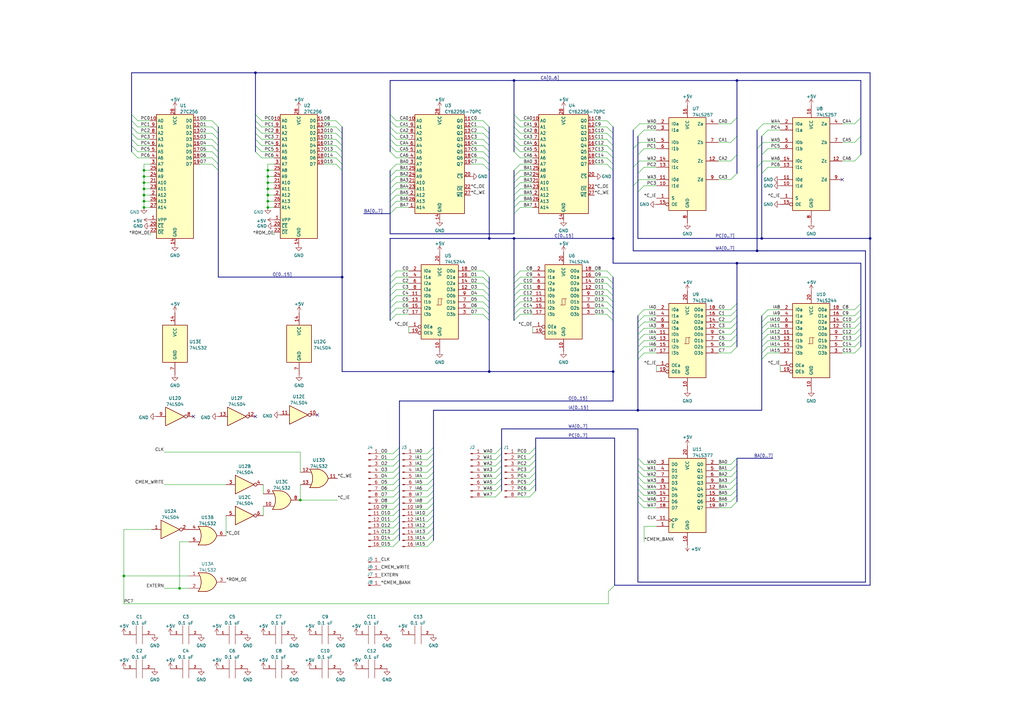
<source format=kicad_sch>
(kicad_sch (version 20211123) (generator eeschema)
  (paper "A3")
  (title_block (title "i281 Code Memory") (date "2023-10-07") (rev "1") (company "sdmay24-14"))
  (junction (at 109.855 72.39))
  (junction (at 302.26 107.95))
  (junction (at 109.855 80.01))
  (junction (at 123.19 205.105))
  (junction (at 210.82 33.02))
  (junction (at 59.055 77.47))
  (junction (at 140.335 113.665))
  (junction (at 251.46 152.4))
  (junction (at 210.82 97.79))
  (junction (at 59.055 85.09))
  (junction (at 356.87 97.79))
  (junction (at 312.42 97.79))
  (junction (at 200.66 97.79))
  (junction (at 59.055 74.93))
  (junction (at 109.855 77.47))
  (junction (at 310.515 102.87))
  (junction (at 302.26 33.02))
  (junction (at 73.66 241.3))
  (junction (at 104.775 29.845))
  (junction (at 59.055 80.01))
  (junction (at 109.855 85.09))
  (junction (at 251.46 97.79))
  (junction (at 109.855 74.93))
  (junction (at 261.62 168.275))
  (junction (at 50.8 236.22))
  (junction (at 59.055 72.39))
  (junction (at 109.855 69.85))
  (junction (at 200.66 152.4))
  (junction (at 59.055 82.55))
  (junction (at 59.055 69.85))
  (junction (at 109.855 82.55))
  (no_connect (at 130.175 170.18))
  (no_connect (at 345.44 73.66))
  (no_connect (at 79.375 170.815))
  (no_connect (at 104.775 170.815))
  (bus_entry (at 160.02 72.39) (size 2.54 -2.54))
  (bus_entry (at 210.82 52.07) (size 2.54 2.54))
  (bus_entry (at 251.46 128.905) (size -2.54 -2.54))
  (bus_entry (at 177.8 183.515) (size -2.54 2.54))
  (bus_entry (at 205.74 188.595) (size -2.54 2.54))
  (bus_entry (at 251.46 116.205) (size -2.54 -2.54))
  (bus_entry (at 261.62 147.32) (size 2.54 -2.54))
  (bus_entry (at 104.775 46.99) (size 2.54 2.54))
  (bus_entry (at 302.26 193.04) (size -2.54 2.54))
  (bus_entry (at 261.62 132.08) (size 2.54 -2.54))
  (bus_entry (at 177.8 208.915) (size -2.54 2.54))
  (bus_entry (at 310.515 68.58) (size 2.54 -2.54))
  (bus_entry (at 177.8 221.615) (size -2.54 2.54))
  (bus_entry (at 219.71 201.295) (size -2.54 2.54))
  (bus_entry (at 177.8 201.295) (size -2.54 2.54))
  (bus_entry (at 205.74 201.295) (size -2.54 2.54))
  (bus_entry (at 251.46 123.825) (size -2.54 -2.54))
  (bus_entry (at 210.82 62.23) (size 2.54 2.54))
  (bus_entry (at 312.42 144.78) (size 2.54 -2.54))
  (bus_entry (at 302.26 55.88) (size -2.54 2.54))
  (bus_entry (at 210.82 131.445) (size 2.54 -2.54))
  (bus_entry (at 160.02 54.61) (size 2.54 2.54))
  (bus_entry (at 261.62 71.12) (size 2.54 -2.54))
  (bus_entry (at 310.515 53.34) (size 2.54 -2.54))
  (bus_entry (at 200.66 62.23) (size -2.54 -2.54))
  (bus_entry (at 104.775 54.61) (size 2.54 2.54))
  (bus_entry (at 177.8 193.675) (size -2.54 2.54))
  (bus_entry (at 302.26 190.5) (size -2.54 2.54))
  (bus_entry (at 200.66 123.825) (size -2.54 -2.54))
  (bus_entry (at 261.62 134.62) (size 2.54 -2.54))
  (bus_entry (at 200.66 67.31) (size -2.54 -2.54))
  (bus_entry (at 205.74 191.135) (size -2.54 2.54))
  (bus_entry (at 205.74 198.755) (size -2.54 2.54))
  (bus_entry (at 210.82 74.93) (size 2.54 -2.54))
  (bus_entry (at 205.74 183.515) (size -2.54 2.54))
  (bus_entry (at 160.02 46.99) (size 2.54 2.54))
  (bus_entry (at 251.46 64.77) (size -2.54 -2.54))
  (bus_entry (at 200.66 116.205) (size -2.54 -2.54))
  (bus_entry (at 312.42 63.5) (size 2.54 -2.54))
  (bus_entry (at 177.8 216.535) (size -2.54 2.54))
  (bus_entry (at 251.46 69.85) (size -2.54 -2.54))
  (bus_entry (at 160.02 77.47) (size 2.54 -2.54))
  (bus_entry (at 163.83 206.375) (size -2.54 2.54))
  (bus_entry (at 219.71 183.515) (size -2.54 2.54))
  (bus_entry (at 140.335 54.61) (size -2.54 -2.54))
  (bus_entry (at 205.74 186.055) (size -2.54 2.54))
  (bus_entry (at 259.715 76.2) (size 2.54 -2.54))
  (bus_entry (at 200.66 69.85) (size -2.54 -2.54))
  (bus_entry (at 251.46 67.31) (size -2.54 -2.54))
  (bus_entry (at 163.83 211.455) (size -2.54 2.54))
  (bus_entry (at 163.83 193.675) (size -2.54 2.54))
  (bus_entry (at 160.02 59.69) (size 2.54 2.54))
  (bus_entry (at 261.62 129.54) (size 2.54 -2.54))
  (bus_entry (at 251.46 121.285) (size -2.54 -2.54))
  (bus_entry (at 200.66 131.445) (size -2.54 -2.54))
  (bus_entry (at 312.42 71.12) (size 2.54 -2.54))
  (bus_entry (at 312.42 139.7) (size 2.54 -2.54))
  (bus_entry (at 353.06 129.54) (size -2.54 2.54))
  (bus_entry (at 160.02 116.205) (size 2.54 -2.54))
  (bus_entry (at 177.8 211.455) (size -2.54 2.54))
  (bus_entry (at 312.42 55.88) (size 2.54 -2.54))
  (bus_entry (at 89.535 64.77) (size -2.54 -2.54))
  (bus_entry (at 163.83 208.915) (size -2.54 2.54))
  (bus_entry (at 177.8 186.055) (size -2.54 2.54))
  (bus_entry (at 312.42 137.16) (size 2.54 -2.54))
  (bus_entry (at 210.82 80.01) (size 2.54 -2.54))
  (bus_entry (at 302.26 137.16) (size -2.54 2.54))
  (bus_entry (at 140.335 62.23) (size -2.54 -2.54))
  (bus_entry (at 210.82 46.99) (size 2.54 2.54))
  (bus_entry (at 302.26 129.54) (size -2.54 2.54))
  (bus_entry (at 251.46 52.07) (size -2.54 -2.54))
  (bus_entry (at 177.8 188.595) (size -2.54 2.54))
  (bus_entry (at 302.26 198.12) (size -2.54 2.54))
  (bus_entry (at 89.535 59.69) (size -2.54 -2.54))
  (bus_entry (at 302.26 205.74) (size -2.54 2.54))
  (bus_entry (at 261.62 63.5) (size 2.54 -2.54))
  (bus_entry (at 53.975 54.61) (size 2.54 2.54))
  (bus_entry (at 219.71 193.675) (size -2.54 2.54))
  (bus_entry (at 302.26 187.96) (size -2.54 2.54))
  (bus_entry (at 251.46 57.15) (size -2.54 -2.54))
  (bus_entry (at 353.06 134.62) (size -2.54 2.54))
  (bus_entry (at 353.06 137.16) (size -2.54 2.54))
  (bus_entry (at 53.975 59.69) (size 2.54 2.54))
  (bus_entry (at 53.975 49.53) (size 2.54 2.54))
  (bus_entry (at 353.06 124.46) (size -2.54 2.54))
  (bus_entry (at 210.82 77.47) (size 2.54 -2.54))
  (bus_entry (at 259.715 60.96) (size 2.54 -2.54))
  (bus_entry (at 53.975 57.15) (size 2.54 2.54))
  (bus_entry (at 160.02 123.825) (size 2.54 -2.54))
  (bus_entry (at 160.02 126.365) (size 2.54 -2.54))
  (bus_entry (at 104.775 57.15) (size 2.54 2.54))
  (bus_entry (at 353.06 48.26) (size -2.54 2.54))
  (bus_entry (at 302.26 203.2) (size -2.54 2.54))
  (bus_entry (at 89.535 57.15) (size -2.54 -2.54))
  (bus_entry (at 259.715 53.34) (size 2.54 -2.54))
  (bus_entry (at 210.82 54.61) (size 2.54 2.54))
  (bus_entry (at 312.42 134.62) (size 2.54 -2.54))
  (bus_entry (at 104.775 59.69) (size 2.54 2.54))
  (bus_entry (at 219.71 198.755) (size -2.54 2.54))
  (bus_entry (at 200.66 126.365) (size -2.54 -2.54))
  (bus_entry (at 261.62 195.58) (size 2.54 2.54))
  (bus_entry (at 210.82 87.63) (size 2.54 -2.54))
  (bus_entry (at 53.975 62.23) (size 2.54 2.54))
  (bus_entry (at 310.515 60.96) (size 2.54 -2.54))
  (bus_entry (at 140.335 52.07) (size -2.54 -2.54))
  (bus_entry (at 89.535 52.07) (size -2.54 -2.54))
  (bus_entry (at 312.42 147.32) (size 2.54 -2.54))
  (bus_entry (at 261.62 200.66) (size 2.54 2.54))
  (bus_entry (at 177.8 219.075) (size -2.54 2.54))
  (bus_entry (at 163.83 186.055) (size -2.54 2.54))
  (bus_entry (at 251.46 54.61) (size -2.54 -2.54))
  (bus_entry (at 353.06 132.08) (size -2.54 2.54))
  (bus_entry (at 200.66 52.07) (size -2.54 -2.54))
  (bus_entry (at 251.46 131.445) (size -2.54 -2.54))
  (bus_entry (at 163.83 219.075) (size -2.54 2.54))
  (bus_entry (at 261.62 139.7) (size 2.54 -2.54))
  (bus_entry (at 261.62 198.12) (size 2.54 2.54))
  (bus_entry (at 261.62 142.24) (size 2.54 -2.54))
  (bus_entry (at 160.02 80.01) (size 2.54 -2.54))
  (bus_entry (at 261.62 78.74) (size 2.54 -2.54))
  (bus_entry (at 163.83 196.215) (size -2.54 2.54))
  (bus_entry (at 210.82 72.39) (size 2.54 -2.54))
  (bus_entry (at 89.535 69.85) (size -2.54 -2.54))
  (bus_entry (at 210.82 128.905) (size 2.54 -2.54))
  (bus_entry (at 200.66 59.69) (size -2.54 -2.54))
  (bus_entry (at 251.46 118.745) (size -2.54 -2.54))
  (bus_entry (at 140.335 67.31) (size -2.54 -2.54))
  (bus_entry (at 160.02 85.09) (size 2.54 -2.54))
  (bus_entry (at 163.83 203.835) (size -2.54 2.54))
  (bus_entry (at 177.8 203.835) (size -2.54 2.54))
  (bus_entry (at 53.975 46.99) (size 2.54 2.54))
  (bus_entry (at 104.775 62.23) (size 2.54 2.54))
  (bus_entry (at 251.46 62.23) (size -2.54 -2.54))
  (bus_entry (at 205.74 193.675) (size -2.54 2.54))
  (bus_entry (at 210.82 49.53) (size 2.54 2.54))
  (bus_entry (at 53.975 52.07) (size 2.54 2.54))
  (bus_entry (at 210.82 113.665) (size 2.54 -2.54))
  (bus_entry (at 200.66 121.285) (size -2.54 -2.54))
  (bus_entry (at 200.66 118.745) (size -2.54 -2.54))
  (bus_entry (at 210.82 116.205) (size 2.54 -2.54))
  (bus_entry (at 261.62 144.78) (size 2.54 -2.54))
  (bus_entry (at 200.66 57.15) (size -2.54 -2.54))
  (bus_entry (at 210.82 121.285) (size 2.54 -2.54))
  (bus_entry (at 302.26 48.26) (size -2.54 2.54))
  (bus_entry (at 312.42 132.08) (size 2.54 -2.54))
  (bus_entry (at 160.02 87.63) (size 2.54 -2.54))
  (bus_entry (at 140.335 57.15) (size -2.54 -2.54))
  (bus_entry (at 302.26 139.7) (size -2.54 2.54))
  (bus_entry (at 160.02 62.23) (size 2.54 2.54))
  (bus_entry (at 160.02 74.93) (size 2.54 -2.54))
  (bus_entry (at 261.62 137.16) (size 2.54 -2.54))
  (bus_entry (at 353.06 127) (size -2.54 2.54))
  (bus_entry (at 302.26 71.12) (size -2.54 2.54))
  (bus_entry (at 210.82 59.69) (size 2.54 2.54))
  (bus_entry (at 302.26 195.58) (size -2.54 2.54))
  (bus_entry (at 104.775 49.53) (size 2.54 2.54))
  (bus_entry (at 251.46 126.365) (size -2.54 -2.54))
  (bus_entry (at 302.26 142.24) (size -2.54 2.54))
  (bus_entry (at 163.83 183.515) (size -2.54 2.54))
  (bus_entry (at 252.095 240.03) (size -2.54 2.54))
  (bus_entry (at 163.83 198.755) (size -2.54 2.54))
  (bus_entry (at 163.83 191.135) (size -2.54 2.54))
  (bus_entry (at 89.535 67.31) (size -2.54 -2.54))
  (bus_entry (at 160.02 52.07) (size 2.54 2.54))
  (bus_entry (at 261.62 190.5) (size 2.54 2.54))
  (bus_entry (at 140.335 64.77) (size -2.54 -2.54))
  (bus_entry (at 163.83 201.295) (size -2.54 2.54))
  (bus_entry (at 163.83 188.595) (size -2.54 2.54))
  (bus_entry (at 200.66 64.77) (size -2.54 -2.54))
  (bus_entry (at 353.06 55.88) (size -2.54 2.54))
  (bus_entry (at 261.62 205.74) (size 2.54 2.54))
  (bus_entry (at 104.775 52.07) (size 2.54 2.54))
  (bus_entry (at 261.62 55.88) (size 2.54 -2.54))
  (bus_entry (at 163.83 216.535) (size -2.54 2.54))
  (bus_entry (at 160.02 69.85) (size 2.54 -2.54))
  (bus_entry (at 200.66 54.61) (size -2.54 -2.54))
  (bus_entry (at 312.42 142.24) (size 2.54 -2.54))
  (bus_entry (at 302.26 63.5) (size -2.54 2.54))
  (bus_entry (at 163.83 213.995) (size -2.54 2.54))
  (bus_entry (at 302.26 132.08) (size -2.54 2.54))
  (bus_entry (at 353.06 142.24) (size -2.54 2.54))
  (bus_entry (at 302.26 127) (size -2.54 2.54))
  (bus_entry (at 177.8 191.135) (size -2.54 2.54))
  (bus_entry (at 302.26 134.62) (size -2.54 2.54))
  (bus_entry (at 312.42 129.54) (size 2.54 -2.54))
  (bus_entry (at 210.82 123.825) (size 2.54 -2.54))
  (bus_entry (at 140.335 69.85) (size -2.54 -2.54))
  (bus_entry (at 210.82 85.09) (size 2.54 -2.54))
  (bus_entry (at 251.46 113.665) (size -2.54 -2.54))
  (bus_entry (at 210.82 118.745) (size 2.54 -2.54))
  (bus_entry (at 177.8 206.375) (size -2.54 2.54))
  (bus_entry (at 160.02 118.745) (size 2.54 -2.54))
  (bus_entry (at 210.82 82.55) (size 2.54 -2.54))
  (bus_entry (at 140.335 59.69) (size -2.54 -2.54))
  (bus_entry (at 205.74 196.215) (size -2.54 2.54))
  (bus_entry (at 160.02 49.53) (size 2.54 2.54))
  (bus_entry (at 353.06 139.7) (size -2.54 2.54))
  (bus_entry (at 200.66 113.665) (size -2.54 -2.54))
  (bus_entry (at 251.46 59.69) (size -2.54 -2.54))
  (bus_entry (at 163.83 221.615) (size -2.54 2.54))
  (bus_entry (at 219.71 196.215) (size -2.54 2.54))
  (bus_entry (at 210.82 69.85) (size 2.54 -2.54))
  (bus_entry (at 261.62 193.04) (size 2.54 2.54))
  (bus_entry (at 302.26 124.46) (size -2.54 2.54))
  (bus_entry (at 219.71 188.595) (size -2.54 2.54))
  (bus_entry (at 177.8 213.995) (size -2.54 2.54))
  (bus_entry (at 160.02 82.55) (size 2.54 -2.54))
  (bus_entry (at 219.71 186.055) (size -2.54 2.54))
  (bus_entry (at 160.02 128.905) (size 2.54 -2.54))
  (bus_entry (at 160.02 121.285) (size 2.54 -2.54))
  (bus_entry (at 210.82 126.365) (size 2.54 -2.54))
  (bus_entry (at 160.02 57.15) (size 2.54 2.54))
  (bus_entry (at 261.62 203.2) (size 2.54 2.54))
  (bus_entry (at 259.715 68.58) (size 2.54 -2.54))
  (bus_entry (at 160.02 131.445) (size 2.54 -2.54))
  (bus_entry (at 177.8 196.215) (size -2.54 2.54))
  (bus_entry (at 210.82 57.15) (size 2.54 2.54))
  (bus_entry (at 261.62 187.96) (size 2.54 2.54))
  (bus_entry (at 353.06 63.5) (size -2.54 2.54))
  (bus_entry (at 200.66 128.905) (size -2.54 -2.54))
  (bus_entry (at 302.26 200.66) (size -2.54 2.54))
  (bus_entry (at 177.8 198.755) (size -2.54 2.54))
  (bus_entry (at 89.535 62.23) (size -2.54 -2.54))
  (bus_entry (at 89.535 54.61) (size -2.54 -2.54))
  (bus_entry (at 160.02 113.665) (size 2.54 -2.54))
  (bus_entry (at 219.71 191.135) (size -2.54 2.54))
  (wire (pts (xy 162.56 77.47) (xy 167.64 77.47)))
  (bus (pts (xy 302.26 195.58) (xy 302.26 193.04)))
  (bus (pts (xy 163.83 193.675) (xy 163.83 196.215)))
  (wire (pts (xy 162.56 82.55) (xy 167.64 82.55)))
  (wire (pts (xy 107.95 207.645) (xy 107.95 211.455)))
  (bus (pts (xy 353.06 127) (xy 353.06 129.54)))
  (bus (pts (xy 163.83 216.535) (xy 163.83 219.075)))
  (bus (pts (xy 160.02 54.61) (xy 160.02 57.15)))
  (bus (pts (xy 261.62 198.12) (xy 261.62 195.58)))
  (bus (pts (xy 353.06 33.02) (xy 302.26 33.02)))
  (wire (pts (xy 262.255 66.04) (xy 269.24 66.04)))
  (bus (pts (xy 312.42 147.32) (xy 312.42 168.275)))
  (wire (pts (xy 162.56 116.205) (xy 167.64 116.205)))
  (wire (pts (xy 243.84 111.125) (xy 248.92 111.125)))
  (bus (pts (xy 205.74 191.135) (xy 205.74 193.675)))
  (bus (pts (xy 53.975 29.845) (xy 53.975 46.99)))
  (wire (pts (xy 50.8 236.22) (xy 77.47 236.22)))
  (wire (pts (xy 269.24 149.86) (xy 269.24 152.4)))
  (bus (pts (xy 312.42 137.16) (xy 312.42 139.7)))
  (bus (pts (xy 219.71 179.705) (xy 219.71 183.515)))
  (wire (pts (xy 81.915 64.77) (xy 86.995 64.77)))
  (wire (pts (xy 193.04 52.07) (xy 198.12 52.07)))
  (bus (pts (xy 210.82 59.69) (xy 210.82 57.15)))
  (bus (pts (xy 259.715 60.96) (xy 259.715 68.58)))
  (bus (pts (xy 53.975 59.69) (xy 53.975 62.23)))
  (wire (pts (xy 193.04 59.69) (xy 198.12 59.69)))
  (wire (pts (xy 170.18 191.135) (xy 175.26 191.135)))
  (wire (pts (xy 294.64 203.2) (xy 299.72 203.2)))
  (wire (pts (xy 170.18 201.295) (xy 175.26 201.295)))
  (bus (pts (xy 210.82 97.79) (xy 210.82 113.665)))
  (bus (pts (xy 177.8 211.455) (xy 177.8 213.995)))
  (wire (pts (xy 170.18 198.755) (xy 175.26 198.755)))
  (wire (pts (xy 198.12 191.135) (xy 203.2 191.135)))
  (wire (pts (xy 81.915 49.53) (xy 86.995 49.53)))
  (bus (pts (xy 261.62 195.58) (xy 261.62 193.04)))
  (bus (pts (xy 160.02 113.665) (xy 160.02 116.205)))
  (wire (pts (xy 212.09 196.215) (xy 217.17 196.215)))
  (wire (pts (xy 264.16 215.9) (xy 264.16 222.25)))
  (wire (pts (xy 294.64 139.7) (xy 299.72 139.7)))
  (bus (pts (xy 140.335 113.665) (xy 140.335 152.4)))
  (wire (pts (xy 107.315 64.77) (xy 112.395 64.77)))
  (bus (pts (xy 353.06 124.46) (xy 353.06 127)))
  (wire (pts (xy 314.96 129.54) (xy 320.04 129.54)))
  (bus (pts (xy 104.775 59.69) (xy 104.775 62.23)))
  (bus (pts (xy 163.83 191.135) (xy 163.83 193.675)))
  (bus (pts (xy 160.02 128.905) (xy 160.02 131.445)))
  (bus (pts (xy 160.02 118.745) (xy 160.02 121.285)))
  (bus (pts (xy 310.515 60.96) (xy 310.515 68.58)))
  (bus (pts (xy 251.46 54.61) (xy 251.46 57.15)))
  (wire (pts (xy 132.715 49.53) (xy 137.795 49.53)))
  (bus (pts (xy 160.02 72.39) (xy 160.02 74.93)))
  (wire (pts (xy 264.16 205.74) (xy 269.24 205.74)))
  (wire (pts (xy 132.715 59.69) (xy 137.795 59.69)))
  (wire (pts (xy 213.36 123.825) (xy 218.44 123.825)))
  (bus (pts (xy 200.66 64.77) (xy 200.66 67.31)))
  (bus (pts (xy 312.42 139.7) (xy 312.42 142.24)))
  (bus (pts (xy 160.02 59.69) (xy 160.02 62.23)))
  (wire (pts (xy 294.64 137.16) (xy 299.72 137.16)))
  (wire (pts (xy 107.315 59.69) (xy 112.395 59.69)))
  (wire (pts (xy 170.18 186.055) (xy 175.26 186.055)))
  (bus (pts (xy 302.26 205.74) (xy 302.26 203.2)))
  (wire (pts (xy 61.595 80.01) (xy 59.055 80.01)))
  (bus (pts (xy 200.66 69.85) (xy 200.66 97.79)))
  (bus (pts (xy 252.095 240.03) (xy 356.87 240.03)))
  (bus (pts (xy 200.66 121.285) (xy 200.66 123.825)))
  (wire (pts (xy 243.84 49.53) (xy 248.92 49.53)))
  (wire (pts (xy 67.31 198.755) (xy 92.71 198.755)))
  (bus (pts (xy 53.975 49.53) (xy 53.975 52.07)))
  (wire (pts (xy 109.855 69.85) (xy 109.855 72.39)))
  (bus (pts (xy 251.46 113.665) (xy 251.46 116.205)))
  (bus (pts (xy 210.82 118.745) (xy 210.82 121.285)))
  (wire (pts (xy 264.16 203.2) (xy 269.24 203.2)))
  (bus (pts (xy 312.42 63.5) (xy 312.42 71.12)))
  (wire (pts (xy 294.64 142.24) (xy 299.72 142.24)))
  (wire (pts (xy 50.8 236.22) (xy 50.8 247.65)))
  (wire (pts (xy 294.64 208.28) (xy 299.72 208.28)))
  (wire (pts (xy 264.16 200.66) (xy 269.24 200.66)))
  (bus (pts (xy 177.8 198.755) (xy 177.8 201.295)))
  (wire (pts (xy 109.855 77.47) (xy 109.855 80.01)))
  (wire (pts (xy 67.31 185.42) (xy 123.19 185.42)))
  (bus (pts (xy 177.8 206.375) (xy 177.8 208.915)))
  (bus (pts (xy 302.26 193.04) (xy 302.26 190.5)))
  (bus (pts (xy 261.62 200.66) (xy 261.62 198.12)))
  (bus (pts (xy 177.8 193.675) (xy 177.8 196.215)))
  (bus (pts (xy 160.02 33.02) (xy 160.02 46.99)))
  (bus (pts (xy 210.82 80.01) (xy 210.82 82.55)))
  (wire (pts (xy 345.44 137.16) (xy 350.52 137.16)))
  (bus (pts (xy 312.42 71.12) (xy 312.42 97.79)))
  (bus (pts (xy 302.26 129.54) (xy 302.26 132.08)))
  (wire (pts (xy 162.56 118.745) (xy 167.64 118.745)))
  (wire (pts (xy 264.16 53.34) (xy 269.24 53.34)))
  (wire (pts (xy 264.16 60.96) (xy 269.24 60.96)))
  (wire (pts (xy 170.18 203.835) (xy 175.26 203.835)))
  (wire (pts (xy 109.855 80.01) (xy 109.855 82.55)))
  (wire (pts (xy 170.18 188.595) (xy 175.26 188.595)))
  (wire (pts (xy 294.64 66.04) (xy 299.72 66.04)))
  (wire (pts (xy 170.18 219.075) (xy 175.26 219.075)))
  (wire (pts (xy 59.055 77.47) (xy 59.055 80.01)))
  (bus (pts (xy 210.82 87.63) (xy 210.82 95.885)))
  (bus (pts (xy 353.06 139.7) (xy 353.06 142.24)))
  (wire (pts (xy 345.44 139.7) (xy 350.52 139.7)))
  (bus (pts (xy 251.46 52.07) (xy 251.46 54.61)))
  (bus (pts (xy 140.335 52.07) (xy 140.335 54.61)))
  (bus (pts (xy 302.26 63.5) (xy 302.26 71.12)))
  (wire (pts (xy 345.44 129.54) (xy 350.52 129.54)))
  (wire (pts (xy 294.64 73.66) (xy 299.72 73.66)))
  (wire (pts (xy 213.36 77.47) (xy 218.44 77.47)))
  (wire (pts (xy 61.595 74.93) (xy 59.055 74.93)))
  (bus (pts (xy 200.66 152.4) (xy 251.46 152.4)))
  (bus (pts (xy 261.62 132.08) (xy 261.62 134.62)))
  (wire (pts (xy 264.16 195.58) (xy 269.24 195.58)))
  (wire (pts (xy 107.315 62.23) (xy 112.395 62.23)))
  (bus (pts (xy 89.535 64.77) (xy 89.535 67.31)))
  (wire (pts (xy 162.56 128.905) (xy 167.64 128.905)))
  (bus (pts (xy 89.535 54.61) (xy 89.535 57.15)))
  (bus (pts (xy 302.26 203.2) (xy 302.26 200.66)))
  (bus (pts (xy 200.66 97.79) (xy 160.02 97.79)))
  (wire (pts (xy 264.16 76.2) (xy 269.24 76.2)))
  (wire (pts (xy 132.715 52.07) (xy 137.795 52.07)))
  (wire (pts (xy 56.515 49.53) (xy 61.595 49.53)))
  (bus (pts (xy 205.74 193.675) (xy 205.74 196.215)))
  (bus (pts (xy 205.74 175.895) (xy 205.74 183.515)))
  (wire (pts (xy 213.36 72.39) (xy 218.44 72.39)))
  (bus (pts (xy 302.26 200.66) (xy 302.26 198.12)))
  (wire (pts (xy 59.055 82.55) (xy 59.055 85.09)))
  (bus (pts (xy 310.515 53.34) (xy 310.515 60.96)))
  (wire (pts (xy 320.04 149.86) (xy 320.04 152.4)))
  (bus (pts (xy 140.335 62.23) (xy 140.335 64.77)))
  (wire (pts (xy 294.64 132.08) (xy 299.72 132.08)))
  (bus (pts (xy 104.775 54.61) (xy 104.775 57.15)))
  (bus (pts (xy 251.46 121.285) (xy 251.46 123.825)))
  (bus (pts (xy 163.83 198.755) (xy 163.83 201.295)))
  (wire (pts (xy 112.395 72.39) (xy 109.855 72.39)))
  (wire (pts (xy 107.95 198.755) (xy 107.95 202.565)))
  (bus (pts (xy 149.225 87.63) (xy 160.02 87.63)))
  (bus (pts (xy 261.62 134.62) (xy 261.62 137.16)))
  (bus (pts (xy 163.83 186.055) (xy 163.83 188.595)))
  (wire (pts (xy 81.915 57.15) (xy 86.995 57.15)))
  (bus (pts (xy 302.26 33.02) (xy 302.26 48.26)))
  (wire (pts (xy 213.36 113.665) (xy 218.44 113.665)))
  (bus (pts (xy 140.335 152.4) (xy 200.66 152.4)))
  (wire (pts (xy 313.055 50.8) (xy 320.04 50.8)))
  (bus (pts (xy 219.71 198.755) (xy 219.71 201.295)))
  (wire (pts (xy 123.19 198.755) (xy 123.19 205.105)))
  (wire (pts (xy 162.56 67.31) (xy 167.64 67.31)))
  (bus (pts (xy 210.82 95.885) (xy 160.02 95.885)))
  (wire (pts (xy 193.04 49.53) (xy 198.12 49.53)))
  (wire (pts (xy 345.44 66.04) (xy 350.52 66.04)))
  (wire (pts (xy 264.16 198.12) (xy 269.24 198.12)))
  (wire (pts (xy 314.96 137.16) (xy 320.04 137.16)))
  (wire (pts (xy 112.395 82.55) (xy 109.855 82.55)))
  (wire (pts (xy 314.96 60.96) (xy 320.04 60.96)))
  (wire (pts (xy 198.12 196.215) (xy 203.2 196.215)))
  (bus (pts (xy 261.62 137.16) (xy 261.62 139.7)))
  (bus (pts (xy 302.26 107.95) (xy 302.26 124.46)))
  (bus (pts (xy 104.775 57.15) (xy 104.775 59.69)))
  (wire (pts (xy 198.12 201.295) (xy 203.2 201.295)))
  (bus (pts (xy 310.515 102.87) (xy 354.965 102.87)))
  (bus (pts (xy 200.66 131.445) (xy 200.66 152.4)))
  (bus (pts (xy 251.46 59.69) (xy 251.46 62.23)))
  (wire (pts (xy 193.04 121.285) (xy 198.12 121.285)))
  (bus (pts (xy 261.62 144.78) (xy 261.62 147.32)))
  (bus (pts (xy 302.26 55.88) (xy 302.26 63.5)))
  (bus (pts (xy 261.62 55.88) (xy 261.62 63.5)))
  (wire (pts (xy 213.36 54.61) (xy 218.44 54.61)))
  (bus (pts (xy 210.82 121.285) (xy 210.82 123.825)))
  (bus (pts (xy 89.535 59.69) (xy 89.535 62.23)))
  (wire (pts (xy 243.84 128.905) (xy 248.92 128.905)))
  (bus (pts (xy 302.26 139.7) (xy 302.26 142.24)))
  (wire (pts (xy 193.04 123.825) (xy 198.12 123.825)))
  (bus (pts (xy 160.02 49.53) (xy 160.02 52.07)))
  (wire (pts (xy 313.055 66.04) (xy 320.04 66.04)))
  (bus (pts (xy 200.66 67.31) (xy 200.66 69.85)))
  (wire (pts (xy 264.16 134.62) (xy 269.24 134.62)))
  (wire (pts (xy 109.855 74.93) (xy 109.855 77.47)))
  (wire (pts (xy 162.56 111.125) (xy 167.64 111.125)))
  (bus (pts (xy 312.42 144.78) (xy 312.42 147.32)))
  (bus (pts (xy 261.62 142.24) (xy 261.62 144.78)))
  (bus (pts (xy 205.74 186.055) (xy 205.74 188.595)))
  (wire (pts (xy 112.395 67.31) (xy 109.855 67.31)))
  (bus (pts (xy 219.71 183.515) (xy 219.71 186.055)))
  (bus (pts (xy 261.62 129.54) (xy 261.62 132.08)))
  (wire (pts (xy 193.04 118.745) (xy 198.12 118.745)))
  (wire (pts (xy 345.44 144.78) (xy 350.52 144.78)))
  (wire (pts (xy 193.04 116.205) (xy 198.12 116.205)))
  (bus (pts (xy 210.82 74.93) (xy 210.82 77.47)))
  (bus (pts (xy 160.02 52.07) (xy 160.02 54.61)))
  (wire (pts (xy 264.16 137.16) (xy 269.24 137.16)))
  (wire (pts (xy 59.055 67.31) (xy 59.055 69.85)))
  (bus (pts (xy 200.66 57.15) (xy 200.66 59.69)))
  (bus (pts (xy 251.46 69.85) (xy 251.46 97.79)))
  (bus (pts (xy 261.62 190.5) (xy 261.62 187.96)))
  (bus (pts (xy 261.62 139.7) (xy 261.62 142.24)))
  (bus (pts (xy 104.775 29.845) (xy 104.775 46.99)))
  (bus (pts (xy 53.975 57.15) (xy 53.975 59.69)))
  (bus (pts (xy 251.46 128.905) (xy 251.46 131.445)))
  (bus (pts (xy 210.82 33.02) (xy 160.02 33.02)))
  (bus (pts (xy 356.87 97.79) (xy 356.87 240.03)))
  (wire (pts (xy 132.715 64.77) (xy 137.795 64.77)))
  (bus (pts (xy 177.8 188.595) (xy 177.8 191.135)))
  (bus (pts (xy 302.26 48.26) (xy 302.26 55.88)))
  (bus (pts (xy 163.83 208.915) (xy 163.83 211.455)))
  (bus (pts (xy 163.83 213.995) (xy 163.83 216.535)))
  (bus (pts (xy 251.46 131.445) (xy 251.46 152.4)))
  (bus (pts (xy 252.095 240.03) (xy 252.095 179.705)))
  (bus (pts (xy 302.26 107.95) (xy 353.06 107.95)))
  (wire (pts (xy 170.18 193.675) (xy 175.26 193.675)))
  (wire (pts (xy 264.16 132.08) (xy 269.24 132.08)))
  (bus (pts (xy 163.83 164.465) (xy 163.83 183.515)))
  (wire (pts (xy 162.56 59.69) (xy 167.64 59.69)))
  (wire (pts (xy 294.64 127) (xy 299.72 127)))
  (wire (pts (xy 314.96 144.78) (xy 320.04 144.78)))
  (bus (pts (xy 140.335 54.61) (xy 140.335 57.15)))
  (bus (pts (xy 261.62 203.2) (xy 261.62 200.66)))
  (bus (pts (xy 251.46 118.745) (xy 251.46 121.285)))
  (wire (pts (xy 193.04 57.15) (xy 198.12 57.15)))
  (bus (pts (xy 259.715 102.87) (xy 310.515 102.87)))
  (wire (pts (xy 212.09 203.835) (xy 217.17 203.835)))
  (wire (pts (xy 67.31 241.3) (xy 73.66 241.3)))
  (wire (pts (xy 345.44 58.42) (xy 350.52 58.42)))
  (bus (pts (xy 53.975 52.07) (xy 53.975 54.61)))
  (wire (pts (xy 294.64 134.62) (xy 299.72 134.62)))
  (wire (pts (xy 345.44 142.24) (xy 350.52 142.24)))
  (wire (pts (xy 109.855 72.39) (xy 109.855 74.93)))
  (bus (pts (xy 163.83 206.375) (xy 163.83 208.915)))
  (wire (pts (xy 162.56 49.53) (xy 167.64 49.53)))
  (bus (pts (xy 210.82 54.61) (xy 210.82 52.07)))
  (wire (pts (xy 162.56 69.85) (xy 167.64 69.85)))
  (wire (pts (xy 107.315 52.07) (xy 112.395 52.07)))
  (bus (pts (xy 251.46 97.79) (xy 251.46 107.95)))
  (wire (pts (xy 193.04 64.77) (xy 198.12 64.77)))
  (bus (pts (xy 251.46 64.77) (xy 251.46 67.31)))
  (bus (pts (xy 104.775 29.845) (xy 53.975 29.845)))
  (bus (pts (xy 104.775 52.07) (xy 104.775 54.61)))
  (wire (pts (xy 213.36 64.77) (xy 218.44 64.77)))
  (bus (pts (xy 177.8 191.135) (xy 177.8 193.675)))
  (bus (pts (xy 160.02 97.79) (xy 160.02 113.665)))
  (bus (pts (xy 210.82 46.99) (xy 210.82 33.02)))
  (wire (pts (xy 243.84 123.825) (xy 248.92 123.825)))
  (wire (pts (xy 56.515 64.77) (xy 61.595 64.77)))
  (bus (pts (xy 89.535 62.23) (xy 89.535 64.77)))
  (wire (pts (xy 59.055 80.01) (xy 59.055 82.55)))
  (bus (pts (xy 200.66 123.825) (xy 200.66 126.365)))
  (wire (pts (xy 213.36 111.125) (xy 218.44 111.125)))
  (wire (pts (xy 314.96 127) (xy 320.04 127)))
  (bus (pts (xy 210.82 62.23) (xy 210.82 59.69)))
  (bus (pts (xy 312.42 142.24) (xy 312.42 144.78)))
  (bus (pts (xy 219.71 196.215) (xy 219.71 198.755)))
  (bus (pts (xy 251.46 62.23) (xy 251.46 64.77)))
  (wire (pts (xy 243.84 113.665) (xy 248.92 113.665)))
  (bus (pts (xy 210.82 69.85) (xy 210.82 72.39)))
  (bus (pts (xy 261.62 147.32) (xy 261.62 168.275)))
  (bus (pts (xy 163.83 211.455) (xy 163.83 213.995)))
  (bus (pts (xy 261.62 238.76) (xy 261.62 205.74)))
  (wire (pts (xy 193.04 113.665) (xy 198.12 113.665)))
  (wire (pts (xy 294.64 129.54) (xy 299.72 129.54)))
  (bus (pts (xy 163.83 219.075) (xy 163.83 221.615)))
  (wire (pts (xy 198.12 203.835) (xy 203.2 203.835)))
  (wire (pts (xy 162.56 54.61) (xy 167.64 54.61)))
  (bus (pts (xy 177.8 183.515) (xy 177.8 186.055)))
  (wire (pts (xy 162.56 113.665) (xy 167.64 113.665)))
  (bus (pts (xy 160.02 80.01) (xy 160.02 82.55)))
  (wire (pts (xy 264.16 68.58) (xy 269.24 68.58)))
  (wire (pts (xy 345.44 50.8) (xy 350.52 50.8)))
  (wire (pts (xy 167.64 133.985) (xy 167.64 136.525)))
  (bus (pts (xy 200.66 54.61) (xy 200.66 57.15)))
  (bus (pts (xy 177.8 168.275) (xy 177.8 183.515)))
  (wire (pts (xy 212.09 188.595) (xy 217.17 188.595)))
  (bus (pts (xy 354.965 238.76) (xy 261.62 238.76)))
  (wire (pts (xy 212.09 201.295) (xy 217.17 201.295)))
  (wire (pts (xy 294.64 190.5) (xy 299.72 190.5)))
  (wire (pts (xy 170.18 213.995) (xy 175.26 213.995)))
  (wire (pts (xy 56.515 57.15) (xy 61.595 57.15)))
  (wire (pts (xy 107.315 54.61) (xy 112.395 54.61)))
  (wire (pts (xy 294.64 58.42) (xy 299.72 58.42)))
  (bus (pts (xy 259.715 76.2) (xy 259.715 102.87)))
  (bus (pts (xy 353.06 134.62) (xy 353.06 137.16)))
  (bus (pts (xy 210.82 123.825) (xy 210.82 126.365)))
  (wire (pts (xy 73.66 222.25) (xy 73.66 241.3)))
  (wire (pts (xy 243.84 54.61) (xy 248.92 54.61)))
  (bus (pts (xy 89.535 57.15) (xy 89.535 59.69)))
  (bus (pts (xy 160.02 46.99) (xy 160.02 49.53)))
  (wire (pts (xy 56.515 62.23) (xy 61.595 62.23)))
  (bus (pts (xy 210.82 33.02) (xy 302.26 33.02)))
  (wire (pts (xy 156.21 193.675) (xy 161.29 193.675)))
  (bus (pts (xy 177.8 196.215) (xy 177.8 198.755)))
  (bus (pts (xy 312.42 168.275) (xy 261.62 168.275)))
  (bus (pts (xy 140.335 64.77) (xy 140.335 67.31)))
  (wire (pts (xy 162.56 126.365) (xy 167.64 126.365)))
  (bus (pts (xy 177.8 213.995) (xy 177.8 216.535)))
  (wire (pts (xy 198.12 198.755) (xy 203.2 198.755)))
  (bus (pts (xy 210.82 85.09) (xy 210.82 87.63)))
  (wire (pts (xy 243.84 52.07) (xy 248.92 52.07)))
  (bus (pts (xy 353.06 63.5) (xy 353.06 55.88)))
  (wire (pts (xy 314.96 132.08) (xy 320.04 132.08)))
  (wire (pts (xy 213.36 118.745) (xy 218.44 118.745)))
  (wire (pts (xy 59.055 69.85) (xy 59.055 72.39)))
  (wire (pts (xy 213.36 116.205) (xy 218.44 116.205)))
  (bus (pts (xy 53.975 46.99) (xy 53.975 49.53)))
  (wire (pts (xy 294.64 193.04) (xy 299.72 193.04)))
  (bus (pts (xy 210.82 128.905) (xy 210.82 131.445)))
  (wire (pts (xy 264.16 144.78) (xy 269.24 144.78)))
  (wire (pts (xy 193.04 67.31) (xy 198.12 67.31)))
  (bus (pts (xy 353.06 55.88) (xy 353.06 48.26)))
  (bus (pts (xy 259.715 53.34) (xy 259.715 60.96)))
  (wire (pts (xy 345.44 132.08) (xy 350.52 132.08)))
  (bus (pts (xy 302.26 198.12) (xy 302.26 195.58)))
  (wire (pts (xy 264.16 139.7) (xy 269.24 139.7)))
  (wire (pts (xy 294.64 205.74) (xy 299.72 205.74)))
  (wire (pts (xy 156.21 201.295) (xy 161.29 201.295)))
  (wire (pts (xy 264.16 190.5) (xy 269.24 190.5)))
  (bus (pts (xy 251.46 116.205) (xy 251.46 118.745)))
  (bus (pts (xy 177.8 219.075) (xy 177.8 221.615)))
  (bus (pts (xy 353.06 137.16) (xy 353.06 139.7)))
  (wire (pts (xy 313.055 58.42) (xy 320.04 58.42)))
  (bus (pts (xy 104.775 49.53) (xy 104.775 52.07)))
  (wire (pts (xy 59.055 74.93) (xy 59.055 77.47)))
  (wire (pts (xy 314.96 139.7) (xy 320.04 139.7)))
  (bus (pts (xy 53.975 54.61) (xy 53.975 57.15)))
  (bus (pts (xy 210.82 116.205) (xy 210.82 118.745)))
  (wire (pts (xy 81.915 62.23) (xy 86.995 62.23)))
  (bus (pts (xy 205.74 183.515) (xy 205.74 186.055)))
  (wire (pts (xy 198.12 188.595) (xy 203.2 188.595)))
  (wire (pts (xy 213.36 62.23) (xy 218.44 62.23)))
  (wire (pts (xy 213.36 57.15) (xy 218.44 57.15)))
  (wire (pts (xy 243.84 118.745) (xy 248.92 118.745)))
  (bus (pts (xy 261.62 97.79) (xy 312.42 97.79)))
  (wire (pts (xy 156.21 208.915) (xy 161.29 208.915)))
  (bus (pts (xy 210.82 82.55) (xy 210.82 85.09)))
  (bus (pts (xy 200.66 97.79) (xy 210.82 97.79)))
  (wire (pts (xy 212.09 193.675) (xy 217.17 193.675)))
  (bus (pts (xy 302.26 137.16) (xy 302.26 139.7)))
  (wire (pts (xy 213.36 85.09) (xy 218.44 85.09)))
  (wire (pts (xy 156.21 216.535) (xy 161.29 216.535)))
  (wire (pts (xy 112.395 77.47) (xy 109.855 77.47)))
  (wire (pts (xy 314.96 134.62) (xy 320.04 134.62)))
  (wire (pts (xy 73.66 241.3) (xy 77.47 241.3)))
  (wire (pts (xy 213.36 69.85) (xy 218.44 69.85)))
  (bus (pts (xy 205.74 188.595) (xy 205.74 191.135)))
  (wire (pts (xy 213.36 59.69) (xy 218.44 59.69)))
  (wire (pts (xy 294.64 195.58) (xy 299.72 195.58)))
  (wire (pts (xy 314.96 53.34) (xy 320.04 53.34)))
  (wire (pts (xy 62.23 217.17) (xy 50.8 217.17)))
  (wire (pts (xy 156.21 188.595) (xy 161.29 188.595)))
  (bus (pts (xy 354.965 102.87) (xy 354.965 238.76)))
  (wire (pts (xy 213.36 67.31) (xy 218.44 67.31)))
  (bus (pts (xy 160.02 121.285) (xy 160.02 123.825)))
  (bus (pts (xy 140.335 59.69) (xy 140.335 62.23)))
  (wire (pts (xy 61.595 82.55) (xy 59.055 82.55)))
  (bus (pts (xy 160.02 126.365) (xy 160.02 128.905)))
  (bus (pts (xy 302.26 127) (xy 302.26 129.54)))
  (wire (pts (xy 59.055 72.39) (xy 59.055 74.93)))
  (bus (pts (xy 200.66 52.07) (xy 200.66 54.61)))
  (bus (pts (xy 251.46 107.95) (xy 302.26 107.95)))
  (bus (pts (xy 200.66 118.745) (xy 200.66 121.285)))
  (wire (pts (xy 264.16 193.04) (xy 269.24 193.04)))
  (bus (pts (xy 251.46 152.4) (xy 251.46 164.465)))
  (wire (pts (xy 162.56 72.39) (xy 167.64 72.39)))
  (bus (pts (xy 160.02 123.825) (xy 160.02 126.365)))
  (bus (pts (xy 302.26 134.62) (xy 302.26 137.16)))
  (wire (pts (xy 213.36 52.07) (xy 218.44 52.07)))
  (bus (pts (xy 302.26 132.08) (xy 302.26 134.62)))
  (bus (pts (xy 312.42 132.08) (xy 312.42 134.62)))
  (wire (pts (xy 243.84 64.77) (xy 248.92 64.77)))
  (bus (pts (xy 353.06 129.54) (xy 353.06 132.08)))
  (wire (pts (xy 156.21 211.455) (xy 161.29 211.455)))
  (wire (pts (xy 109.855 82.55) (xy 109.855 85.09)))
  (bus (pts (xy 210.82 57.15) (xy 210.82 54.61)))
  (bus (pts (xy 302.26 187.96) (xy 316.865 187.96)))
  (wire (pts (xy 81.915 59.69) (xy 86.995 59.69)))
  (wire (pts (xy 123.19 185.42) (xy 123.19 193.675)))
  (bus (pts (xy 261.62 78.74) (xy 261.62 97.79)))
  (wire (pts (xy 213.36 80.01) (xy 218.44 80.01)))
  (wire (pts (xy 212.09 198.755) (xy 217.17 198.755)))
  (wire (pts (xy 345.44 134.62) (xy 350.52 134.62)))
  (wire (pts (xy 243.84 126.365) (xy 248.92 126.365)))
  (wire (pts (xy 243.84 116.205) (xy 248.92 116.205)))
  (wire (pts (xy 193.04 128.905) (xy 198.12 128.905)))
  (bus (pts (xy 219.71 179.705) (xy 252.095 179.705)))
  (bus (pts (xy 163.83 201.295) (xy 163.83 203.835)))
  (wire (pts (xy 112.395 74.93) (xy 109.855 74.93)))
  (bus (pts (xy 177.8 168.275) (xy 261.62 168.275)))
  (bus (pts (xy 177.8 216.535) (xy 177.8 219.075)))
  (wire (pts (xy 345.44 127) (xy 350.52 127)))
  (wire (pts (xy 264.16 127) (xy 269.24 127)))
  (wire (pts (xy 77.47 222.25) (xy 73.66 222.25)))
  (bus (pts (xy 89.535 52.07) (xy 89.535 54.61)))
  (wire (pts (xy 162.56 62.23) (xy 167.64 62.23)))
  (wire (pts (xy 81.915 54.61) (xy 86.995 54.61)))
  (bus (pts (xy 177.8 208.915) (xy 177.8 211.455)))
  (wire (pts (xy 156.21 206.375) (xy 161.29 206.375)))
  (wire (pts (xy 170.18 208.915) (xy 175.26 208.915)))
  (bus (pts (xy 210.82 52.07) (xy 210.82 49.53)))
  (wire (pts (xy 243.84 59.69) (xy 248.92 59.69)))
  (bus (pts (xy 163.83 203.835) (xy 163.83 206.375)))
  (bus (pts (xy 89.535 69.85) (xy 89.535 113.665)))
  (wire (pts (xy 243.84 67.31) (xy 248.92 67.31)))
  (wire (pts (xy 81.915 52.07) (xy 86.995 52.07)))
  (bus (pts (xy 160.02 116.205) (xy 160.02 118.745)))
  (wire (pts (xy 198.12 193.675) (xy 203.2 193.675)))
  (wire (pts (xy 193.04 111.125) (xy 198.12 111.125)))
  (wire (pts (xy 162.56 64.77) (xy 167.64 64.77)))
  (bus (pts (xy 205.74 198.755) (xy 205.74 201.295)))
  (bus (pts (xy 160.02 69.85) (xy 160.02 72.39)))
  (bus (pts (xy 261.62 193.04) (xy 261.62 190.5)))
  (bus (pts (xy 89.535 67.31) (xy 89.535 69.85)))
  (bus (pts (xy 312.42 55.88) (xy 312.42 63.5)))
  (wire (pts (xy 162.56 52.07) (xy 167.64 52.07)))
  (wire (pts (xy 107.315 57.15) (xy 112.395 57.15)))
  (wire (pts (xy 262.255 73.66) (xy 269.24 73.66)))
  (wire (pts (xy 107.315 49.53) (xy 112.395 49.53)))
  (bus (pts (xy 205.74 196.215) (xy 205.74 198.755)))
  (wire (pts (xy 156.21 213.995) (xy 161.29 213.995)))
  (bus (pts (xy 219.71 193.675) (xy 219.71 196.215)))
  (wire (pts (xy 156.21 198.755) (xy 161.29 198.755)))
  (bus (pts (xy 104.775 46.99) (xy 104.775 49.53)))
  (wire (pts (xy 262.255 58.42) (xy 269.24 58.42)))
  (wire (pts (xy 249.555 242.57) (xy 249.555 247.65)))
  (bus (pts (xy 312.42 134.62) (xy 312.42 137.16)))
  (wire (pts (xy 112.395 95.25) (xy 112.395 96.52)))
  (wire (pts (xy 56.515 52.07) (xy 61.595 52.07)))
  (bus (pts (xy 160.02 77.47) (xy 160.02 80.01)))
  (wire (pts (xy 162.56 121.285) (xy 167.64 121.285)))
  (bus (pts (xy 312.42 97.79) (xy 356.87 97.79)))
  (wire (pts (xy 156.21 186.055) (xy 161.29 186.055)))
  (wire (pts (xy 213.36 126.365) (xy 218.44 126.365)))
  (wire (pts (xy 213.36 128.905) (xy 218.44 128.905)))
  (wire (pts (xy 243.84 57.15) (xy 248.92 57.15)))
  (wire (pts (xy 243.84 62.23) (xy 248.92 62.23)))
  (bus (pts (xy 356.87 97.79) (xy 356.87 29.845)))
  (bus (pts (xy 140.335 67.31) (xy 140.335 69.85)))
  (bus (pts (xy 210.82 49.53) (xy 210.82 46.99)))
  (wire (pts (xy 156.21 219.075) (xy 161.29 219.075)))
  (wire (pts (xy 193.04 54.61) (xy 198.12 54.61)))
  (wire (pts (xy 294.64 200.66) (xy 299.72 200.66)))
  (wire (pts (xy 81.915 67.31) (xy 86.995 67.31)))
  (wire (pts (xy 112.395 69.85) (xy 109.855 69.85)))
  (bus (pts (xy 261.62 205.74) (xy 261.62 203.2)))
  (bus (pts (xy 259.715 68.58) (xy 259.715 76.2)))
  (wire (pts (xy 61.595 67.31) (xy 59.055 67.31)))
  (bus (pts (xy 310.515 68.58) (xy 310.515 102.87)))
  (wire (pts (xy 264.16 208.28) (xy 269.24 208.28)))
  (wire (pts (xy 170.18 221.615) (xy 175.26 221.615)))
  (wire (pts (xy 123.19 205.105) (xy 138.43 205.105)))
  (bus (pts (xy 261.62 63.5) (xy 261.62 71.12)))
  (wire (pts (xy 193.04 62.23) (xy 198.12 62.23)))
  (bus (pts (xy 177.8 203.835) (xy 177.8 206.375)))
  (bus (pts (xy 163.83 183.515) (xy 163.83 186.055)))
  (wire (pts (xy 264.16 129.54) (xy 269.24 129.54)))
  (wire (pts (xy 162.56 74.93) (xy 167.64 74.93)))
  (wire (pts (xy 59.055 85.09) (xy 61.595 85.09)))
  (wire (pts (xy 264.16 142.24) (xy 269.24 142.24)))
  (bus (pts (xy 251.46 57.15) (xy 251.46 59.69)))
  (bus (pts (xy 353.06 107.95) (xy 353.06 124.46)))
  (wire (pts (xy 132.715 67.31) (xy 137.795 67.31)))
  (wire (pts (xy 92.71 211.455) (xy 92.71 219.71)))
  (wire (pts (xy 193.04 126.365) (xy 198.12 126.365)))
  (wire (pts (xy 156.21 224.155) (xy 161.29 224.155)))
  (wire (pts (xy 162.56 57.15) (xy 167.64 57.15)))
  (wire (pts (xy 156.21 221.615) (xy 161.29 221.615)))
  (bus (pts (xy 160.02 57.15) (xy 160.02 59.69)))
  (bus (pts (xy 251.46 123.825) (xy 251.46 126.365)))
  (wire (pts (xy 50.8 217.17) (xy 50.8 236.22)))
  (wire (pts (xy 56.515 54.61) (xy 61.595 54.61)))
  (bus (pts (xy 302.26 124.46) (xy 302.26 127)))
  (bus (pts (xy 210.82 126.365) (xy 210.82 128.905)))
  (bus (pts (xy 200.66 59.69) (xy 200.66 62.23)))
  (wire (pts (xy 109.855 67.31) (xy 109.855 69.85)))
  (bus (pts (xy 160.02 74.93) (xy 160.02 77.47)))
  (wire (pts (xy 61.595 72.39) (xy 59.055 72.39)))
  (bus (pts (xy 356.87 29.845) (xy 104.775 29.845)))
  (bus (pts (xy 353.06 132.08) (xy 353.06 134.62)))
  (bus (pts (xy 140.335 69.85) (xy 140.335 113.665)))
  (bus (pts (xy 312.42 129.54) (xy 312.42 132.08)))
  (wire (pts (xy 170.18 206.375) (xy 175.26 206.375)))
  (bus (pts (xy 210.82 72.39) (xy 210.82 74.93)))
  (wire (pts (xy 162.56 85.09) (xy 167.64 85.09)))
  (bus (pts (xy 200.66 116.205) (xy 200.66 118.745)))
  (wire (pts (xy 218.44 133.985) (xy 218.44 136.525)))
  (bus (pts (xy 205.74 175.895) (xy 261.62 175.895)))
  (bus (pts (xy 302.26 190.5) (xy 302.26 187.96)))
  (bus (pts (xy 251.46 97.79) (xy 210.82 97.79)))
  (wire (pts (xy 212.09 191.135) (xy 217.17 191.135)))
  (wire (pts (xy 162.56 80.01) (xy 167.64 80.01)))
  (wire (pts (xy 132.715 62.23) (xy 137.795 62.23)))
  (bus (pts (xy 219.71 188.595) (xy 219.71 191.135)))
  (bus (pts (xy 163.83 196.215) (xy 163.83 198.755)))
  (wire (pts (xy 198.12 186.055) (xy 203.2 186.055)))
  (bus (pts (xy 89.535 113.665) (xy 140.335 113.665)))
  (wire (pts (xy 170.18 211.455) (xy 175.26 211.455)))
  (bus (pts (xy 163.83 164.465) (xy 251.46 164.465)))
  (bus (pts (xy 353.06 48.26) (xy 353.06 33.02)))
  (bus (pts (xy 210.82 77.47) (xy 210.82 80.01)))
  (wire (pts (xy 294.64 198.12) (xy 299.72 198.12)))
  (wire (pts (xy 294.64 144.78) (xy 299.72 144.78)))
  (wire (pts (xy 156.21 203.835) (xy 161.29 203.835)))
  (wire (pts (xy 213.36 82.55) (xy 218.44 82.55)))
  (bus (pts (xy 177.8 201.295) (xy 177.8 203.835)))
  (wire (pts (xy 112.395 80.01) (xy 109.855 80.01)))
  (bus (pts (xy 200.66 113.665) (xy 200.66 116.205)))
  (wire (pts (xy 132.715 54.61) (xy 137.795 54.61)))
  (wire (pts (xy 249.555 247.65) (xy 50.8 247.65)))
  (bus (pts (xy 261.62 71.12) (xy 261.62 78.74)))
  (bus (pts (xy 163.83 188.595) (xy 163.83 191.135)))
  (bus (pts (xy 261.62 187.96) (xy 261.62 175.895)))
  (bus (pts (xy 219.71 191.135) (xy 219.71 193.675)))
  (bus (pts (xy 200.66 62.23) (xy 200.66 64.77)))
  (bus (pts (xy 140.335 57.15) (xy 140.335 59.69)))
  (wire (pts (xy 170.18 216.535) (xy 175.26 216.535)))
  (wire (pts (xy 61.595 95.25) (xy 61.595 96.52)))
  (wire (pts (xy 170.18 196.215) (xy 175.26 196.215)))
  (wire (pts (xy 213.36 121.285) (xy 218.44 121.285)))
  (wire (pts (xy 56.515 59.69) (xy 61.595 59.69)))
  (wire (pts (xy 61.595 69.85) (xy 59.055 69.85)))
  (bus (pts (xy 219.71 186.055) (xy 219.71 188.595)))
  (wire (pts (xy 213.36 49.53) (xy 218.44 49.53)))
  (bus (pts (xy 160.02 95.885) (xy 160.02 87.63)))
  (bus (pts (xy 177.8 186.055) (xy 177.8 188.595)))
  (bus (pts (xy 251.46 67.31) (xy 251.46 69.85)))
  (bus (pts (xy 251.46 126.365) (xy 251.46 128.905)))
  (bus (pts (xy 200.66 126.365) (xy 200.66 128.905)))
  (wire (pts (xy 314.96 142.24) (xy 320.04 142.24)))
  (wire (pts (xy 212.09 186.055) (xy 217.17 186.055)))
  (bus (pts (xy 200.66 128.905) (xy 200.66 131.445)))
  (bus (pts (xy 160.02 82.55) (xy 160.02 85.09)))
  (wire (pts (xy 243.84 121.285) (xy 248.92 121.285)))
  (wire (pts (xy 162.56 123.825) (xy 167.64 123.825)))
  (wire (pts (xy 269.24 215.9) (xy 264.16 215.9)))
  (wire (pts (xy 262.255 50.8) (xy 269.24 50.8)))
  (bus (pts (xy 210.82 113.665) (xy 210.82 116.205)))
  (wire (pts (xy 132.715 57.15) (xy 137.795 57.15)))
  (wire (pts (xy 61.595 77.47) (xy 59.055 77.47)))
  (bus (pts (xy 160.02 85.09) (xy 160.02 87.63)))
  (wire (pts (xy 109.855 85.09) (xy 112.395 85.09)))
  (wire (pts (xy 156.21 191.135) (xy 161.29 191.135)))
  (wire (pts (xy 213.36 74.93) (xy 218.44 74.93)))
  (wire (pts (xy 170.18 224.155) (xy 175.26 224.155)))
  (wire (pts (xy 314.96 68.58) (xy 320.04 68.58)))
  (wire (pts (xy 294.64 50.8) (xy 299.72 50.8)))
  (wire (pts (xy 156.21 196.215) (xy 161.29 196.215)))
  (label "CA2" (at 218.44 54.61 180))
  (label "C10" (at 243.84 54.61 0))
  (label "WA2" (at 269.24 195.58 180))
  (label "PC1" (at 269.24 60.96 180))
  (label "EXTERN" (at 156.21 236.855 0))
  (label "C5" (at 167.64 123.825 180))
  (label "O11" (at 243.84 118.745 0))
  (label "*C_WE" (at 243.84 80.01 0))
  (label "IA5" (at 170.18 198.755 0))
  (label "IA5" (at 269.24 139.7 180))
  (label "C8" (at 218.44 111.125 180))
  (label "O13" (at 243.84 123.825 0))
  (label "*C_IE" (at 269.24 149.86 180))
  (label "O12" (at 132.715 59.69 0))
  (label "WA6" (at 198.12 201.295 0))
  (label "C13" (at 243.84 62.23 0))
  (label "IA2" (at 269.24 132.08 180))
  (label "BA4" (at 294.64 200.66 0))
  (label "O14" (at 132.715 64.77 0))
  (label "WA4" (at 269.24 200.66 180))
  (label "BA7" (at 218.44 85.09 180))
  (label "C6" (at 294.64 142.24 0))
  (label "C15" (at 243.84 67.31 0))
  (label "IA0" (at 170.18 186.055 0))
  (label "BA6" (at 218.44 82.55 180))
  (label "O13" (at 156.21 219.075 0))
  (label "WA3" (at 269.24 73.66 180))
  (label "BA3" (at 294.64 198.12 0))
  (label "BA4" (at 167.64 77.47 180))
  (label "O8" (at 156.21 206.375 0))
  (label "O6" (at 81.915 64.77 0))
  (label "WA5" (at 269.24 203.2 180))
  (label "O5" (at 81.915 62.23 0))
  (label "C1" (at 167.64 113.665 180))
  (label "BA1" (at 218.44 69.85 180))
  (label "*C_OE" (at 243.84 77.47 0))
  (label "O14" (at 243.84 126.365 0))
  (label "IA6" (at 170.18 201.295 0))
  (label "O1" (at 193.04 113.665 0))
  (label "C2" (at 167.64 116.205 180))
  (label "*C_OE" (at 167.64 133.985 180))
  (label "IA4" (at 170.18 196.215 0))
  (label "PC[0..7]" (at 293.37 97.79 0))
  (label "CA4" (at 218.44 59.69 180))
  (label "BA2" (at 167.64 72.39 180))
  (label "EXTERN" (at 67.31 241.3 180))
  (label "BA3" (at 218.44 74.93 180))
  (label "PC7" (at 50.8 247.65 0))
  (label "IA[0..15]" (at 233.045 168.275 0))
  (label "IA12" (at 320.04 137.16 180))
  (label "WA2" (at 269.24 66.04 180))
  (label "PC1" (at 61.595 52.07 180))
  (label "PC1" (at 212.09 188.595 0))
  (label "C9" (at 243.84 52.07 0))
  (label "CMEM_WRITE" (at 67.31 198.755 180))
  (label "PC4" (at 112.395 59.69 180))
  (label "BA6" (at 167.64 82.55 180))
  (label "BA2" (at 294.64 195.58 0))
  (label "C12" (at 345.44 137.16 0))
  (label "C11" (at 345.44 134.62 0))
  (label "C4" (at 294.64 137.16 0))
  (label "O1" (at 81.915 52.07 0))
  (label "O[0..15]" (at 233.045 164.465 0))
  (label "C9" (at 218.44 113.665 180))
  (label "CA4" (at 167.64 59.69 180))
  (label "PC6" (at 112.395 64.77 180))
  (label "*C_OE" (at 193.04 77.47 0))
  (label "PC2" (at 269.24 68.58 180))
  (label "O7" (at 81.915 67.31 0))
  (label "CA5" (at 167.64 62.23 180))
  (label "O15" (at 156.21 224.155 0))
  (label "BA5" (at 294.64 203.2 0))
  (label "BA5" (at 167.64 80.01 180))
  (label "CA2" (at 167.64 54.61 180))
  (label "C7" (at 294.64 144.78 0))
  (label "CLK" (at 156.21 230.505 0))
  (label "*ROM_OE" (at 92.71 238.76 0))
  (label "C14" (at 345.44 142.24 0))
  (label "*ROM_OE" (at 61.595 96.52 180))
  (label "BA[0..7]" (at 149.225 87.63 0))
  (label "O10" (at 132.715 54.61 0))
  (label "CLK" (at 67.31 185.42 180))
  (label "C6" (at 193.04 64.77 0))
  (label "PC0" (at 61.595 49.53 180))
  (label "WA0" (at 269.24 190.5 180))
  (label "WA5" (at 320.04 58.42 180))
  (label "PC6" (at 61.595 64.77 180))
  (label "WA3" (at 269.24 198.12 180))
  (label "*CMEM_BANK" (at 156.21 240.03 0))
  (label "BA4" (at 218.44 77.47 180))
  (label "*C_IE" (at 320.04 81.28 180))
  (label "C3" (at 294.64 134.62 0))
  (label "C9" (at 345.44 129.54 0))
  (label "O5" (at 193.04 123.825 0))
  (label "C3" (at 167.64 118.745 180))
  (label "C0" (at 294.64 127 0))
  (label "WA0" (at 198.12 186.055 0))
  (label "BA7" (at 167.64 85.09 180))
  (label "O3" (at 81.915 57.15 0))
  (label "BA1" (at 167.64 69.85 180))
  (label "O9" (at 156.21 208.915 0))
  (label "*C_OE" (at 218.44 133.985 180))
  (label "O14" (at 156.21 221.615 0))
  (label "BA6" (at 294.64 205.74 0))
  (label "CA1" (at 294.64 58.42 0))
  (label "IA11" (at 170.18 213.995 0))
  (label "WA4" (at 198.12 196.215 0))
  (label "WA3" (at 198.12 193.675 0))
  (label "C0" (at 193.04 49.53 0))
  (label "C2" (at 294.64 132.08 0))
  (label "O12" (at 156.21 216.535 0))
  (label "O0" (at 193.04 111.125 0))
  (label "WA4" (at 320.04 50.8 180))
  (label "C7" (at 167.64 128.905 180))
  (label "C[0..15]" (at 227.33 97.79 0))
  (label "*C_OE" (at 92.71 219.71 0))
  (label "O0" (at 156.21 186.055 0))
  (label "C5" (at 294.64 139.7 0))
  (label "O10" (at 243.84 116.205 0))
  (label "C4" (at 193.04 59.69 0))
  (label "O4" (at 193.04 121.285 0))
  (label "WA[0..7]" (at 233.045 175.895 0))
  (label "WA[0..7]" (at 293.37 102.87 0))
  (label "O10" (at 156.21 211.455 0))
  (label "C0" (at 167.64 111.125 180))
  (label "IA3" (at 170.18 193.675 0))
  (label "C6" (at 167.64 126.365 180))
  (label "CA1" (at 167.64 52.07 180))
  (label "IA13" (at 320.04 139.7 180))
  (label "*C_IE" (at 320.04 149.86 180))
  (label "C1" (at 193.04 52.07 0))
  (label "O12" (at 243.84 121.285 0))
  (label "IA0" (at 269.24 127 180))
  (label "PC3" (at 212.09 193.675 0))
  (label "CA0" (at 218.44 49.53 180))
  (label "C13" (at 345.44 139.7 0))
  (label "CA6" (at 345.44 66.04 0))
  (label "CA[0..6]" (at 221.615 33.02 0))
  (label "WA1" (at 198.12 188.595 0))
  (label "C15" (at 218.44 128.905 180))
  (label "BA0" (at 294.64 190.5 0))
  (label "BA3" (at 167.64 74.93 180))
  (label "PC5" (at 212.09 198.755 0))
  (label "O0" (at 81.915 49.53 0))
  (label "C14" (at 218.44 126.365 180))
  (label "IA10" (at 170.18 211.455 0))
  (label "IA1" (at 170.18 188.595 0))
  (label "CA1" (at 218.44 52.07 180))
  (label "O4" (at 81.915 59.69 0))
  (label "IA4" (at 269.24 137.16 180))
  (label "BA0" (at 218.44 67.31 180))
  (label "PC2" (at 61.595 54.61 180))
  (label "IA9" (at 170.18 208.915 0))
  (label "O13" (at 132.715 62.23 0))
  (label "C13" (at 218.44 123.825 180))
  (label "C5" (at 193.04 62.23 0))
  (label "C15" (at 345.44 144.78 0))
  (label "C1" (at 294.64 129.54 0))
  (label "BA2" (at 218.44 72.39 180))
  (label "PC0" (at 112.395 49.53 180))
  (label "O7" (at 193.04 128.905 0))
  (label "C8" (at 345.44 127 0))
  (label "PC[0..7]" (at 233.045 179.705 0))
  (label "WA7" (at 269.24 208.28 180))
  (label "O1" (at 156.21 188.595 0))
  (label "O2" (at 193.04 116.205 0))
  (label "WA6" (at 269.24 205.74 180))
  (label "IA15" (at 170.18 224.155 0))
  (label "O11" (at 132.715 57.15 0))
  (label "O7" (at 156.21 203.835 0))
  (label "C8" (at 243.84 49.53 0))
  (label "O6" (at 156.21 201.295 0))
  (label "CA6" (at 218.44 64.77 180))
  (label "CA2" (at 294.64 66.04 0))
  (label "IA6" (at 269.24 142.24 180))
  (label "WA2" (at 198.12 191.135 0))
  (label "O11" (at 156.21 213.995 0))
  (label "PC3" (at 269.24 76.2 180))
  (label "PC5" (at 61.595 62.23 180))
  (label "PC0" (at 212.09 186.055 0))
  (label "C14" (at 243.84 64.77 0))
  (label "WA6" (at 320.04 66.04 180))
  (label "C4" (at 167.64 121.285 180))
  (label "PC3" (at 112.395 57.15 180))
  (label "*C_WE" (at 193.04 80.01 0))
  (label "WA0" (at 269.24 50.8 180))
  (label "CA0" (at 294.64 50.8 0))
  (label "O3" (at 193.04 118.745 0))
  (label "C10" (at 218.44 116.205 180))
  (label "O8" (at 132.715 49.53 0))
  (label "BA[0..7]" (at 309.245 187.96 0))
  (label "BA0" (at 167.64 67.31 180))
  (label "BA7" (at 294.64 208.28 0))
  (label "*C_WE" (at 138.43 196.215 0))
  (label "PC5" (at 320.04 60.96 180))
  (label "O8" (at 243.84 111.125 0))
  (label "CA4" (at 345.44 50.8 0))
  (label "O4" (at 156.21 196.215 0))
  (label "*ROM_OE" (at 112.395 96.52 180))
  (label "O5" (at 156.21 198.755 0))
  (label "IA9" (at 320.04 129.54 180))
  (label "CLK" (at 269.24 213.36 180))
  (label "IA7" (at 269.24 144.78 180))
  (label "IA13" (at 170.18 219.075 0))
  (label "PC2" (at 212.09 191.135 0))
  (label "PC3" (at 61.595 57.15 180))
  (label "C2" (at 193.04 54.61 0))
  (label "BA1" (at 294.64 193.04 0))
  (label "O15" (at 132.715 67.31 0))
  (label "PC2" (at 112.395 54.61 180))
  (label "IA14" (at 170.18 221.615 0))
  (label "O3" (at 156.21 193.675 0))
  (label "PC5" (at 112.395 62.23 180))
  (label "PC4" (at 61.595 59.69 180))
  (label "IA8" (at 320.04 127 180))
  (label "IA14" (at 320.04 142.24 180))
  (label "O[0..15]" (at 111.76 113.665 0))
  (label "IA10" (at 320.04 132.08 180))
  (label "C7" (at 193.04 67.31 0))
  (label "O6" (at 193.04 126.365 0))
  (label "O9" (at 132.715 52.07 0))
  (label "WA1" (at 269.24 193.04 180))
  (label "CA5" (at 345.44 58.42 0))
  (label "IA11" (at 320.04 134.62 180))
  (label "WA7" (at 198.12 203.835 0))
  (label "IA12" (at 170.18 216.535 0))
  (label "*CMEM_BANK" (at 264.16 222.25 0))
  (label "O2" (at 81.915 54.61 0))
  (label "C10" (at 345.44 132.08 0))
  (label "CA3" (at 294.64 73.66 0))
  (label "WA5" (at 198.12 198.755 0))
  (label "CA6" (at 167.64 64.77 180))
  (label "IA1" (at 269.24 129.54 180))
  (label "BA5" (at 218.44 80.01 180))
  (label "CA3" (at 218.44 57.15 180))
  (label "PC7" (at 212.09 203.835 0))
  (label "IA7" (at 170.18 203.835 0))
  (label "PC4" (at 320.04 53.34 180))
  (label "IA15" (at 320.04 144.78 180))
  (label "PC4" (at 212.09 196.215 0))
  (label "IA2" (at 170.18 191.135 0))
  (label "CA0" (at 167.64 49.53 180))
  (label "*C_IE" (at 269.24 81.28 180))
  (label "IA8" (at 170.18 206.375 0))
  (label "C11" (at 243.84 57.15 0))
  (label "IA3" (at 269.24 134.62 180))
  (label "C12" (at 218.44 121.285 180))
  (label "C11" (at 218.44 118.745 180))
  (label "O2" (at 156.21 191.135 0))
  (label "PC0" (at 269.24 53.34 180))
  (label "O9" (at 243.84 113.665 0))
  (label "CA5" (at 218.44 62.23 180))
  (label "C12" (at 243.84 59.69 0))
  (label "*C_IE" (at 138.43 205.105 0))
  (label "WA1" (at 269.24 58.42 180))
  (label "CA3" (at 167.64 57.15 180))
  (label "O15" (at 243.84 128.905 0))
  (label "PC6" (at 320.04 68.58 180))
  (label "CMEM_WRITE" (at 156.21 233.68 0))
  (label "PC1" (at 112.395 52.07 180))
  (label "PC6" (at 212.09 201.295 0))
  (label "C3" (at 193.04 57.15 0))
  (symbol (lib_id "pspice:C") (at 95.25 274.32 90) (unit 1)
    (property "Reference" "C6" (at 95.25 266.9372 90))
    (property "Value" "0.1 uF" (at 95.25 269.4741 90))
  )
  (symbol (lib_id "pspice:C") (at 171.45 260.35 90) (unit 1)
    (property "Reference" "C13" (at 171.45 252.9672 90))
    (property "Value" "0.1 uF" (at 171.45 255.5041 90))
  )
  (symbol (lib_id "power:+5V") (at 281.94 119.38 0) (unit 1)
    (property "Reference" "#PWR057" (effects hide))
    (property "Value" "+5V" (at 281.94 115.8042 0))
  )
  (symbol (lib_id "power:GND") (at 114.935 170.18 270) (unit 1)
    (property "Reference" "#PWR027" (effects hide))
    (property "Value" "GND" (at 111.7601 170.6138 90) (effects (justify right)))
  )
  (symbol (lib_id "Connector:Conn_01x08_Male") (at 207.01 193.675 0) (unit 1)
    (property "Reference" "J1" (at 207.645 183.515 0))
    (property "Value" "Generic\\nConnector" (effects hide))
  )
  (symbol (lib_id "power:GND") (at 320.04 76.2 270) (unit 1)
    (property "Reference" "#PWR062" (effects hide))
    (property "Value" "GND" (at 313.055 76.2 90) (effects (justify left)))
  )
  (symbol (lib_id "74xx:74LS32") (at 130.81 196.215 0) (unit 4)
    (property "Reference" "U13" (at 130.81 188.7052 0))
    (property "Value" "74LS32" (at 130.81 191.2421 0))
    (property "Datasheet" "http://www.ti.com/lit/gpn/sn74LS32" (effects hide))
  )
  (symbol (lib_id "Memory_RAM:CY62256-70PC") (at 180.34 67.31 0) (unit 1)
    (property "Reference" "U3" (at 182.3594 43.2902 0) (effects (justify left)))
    (property "Value" "CY62256-70PC" (at 182.3594 45.8271 0) (effects (justify left)))
    (property "Footprint" "Package_DIP:DIP-28_W15.24mm" (effects hide))
    (property "Datasheet" "https://ecee.colorado.edu/~mcclurel/Cypress_SRAM_CY62256.pdf" (effects hide))
  )
  (symbol (lib_id "power:GND") (at 64.135 170.815 270) (unit 1)
    (property "Reference" "#PWR08" (effects hide))
    (property "Value" "GND" (at 60.9601 171.2488 90) (effects (justify right)))
  )
  (symbol (lib_id "power:GND") (at 180.34 90.17 0) (unit 1)
    (property "Reference" "#PWR045" (effects hide))
    (property "Value" "GND" (at 180.34 94.6134 0))
  )
  (symbol (lib_id "power:GND") (at 231.14 144.145 0) (unit 1)
    (property "Reference" "#PWR052" (effects hide))
    (property "Value" "GND" (at 231.14 148.5884 0))
  )
  (symbol (lib_id "power:GND") (at 320.04 83.82 270) (unit 1)
    (property "Reference" "#PWR063" (effects hide))
    (property "Value" "GND" (at 313.055 83.82 90) (effects (justify left)))
  )
  (symbol (lib_id "power:GND") (at 320.04 73.66 270) (unit 1)
    (property "Reference" "#PWR061" (effects hide))
    (property "Value" "GND" (at 313.055 73.66 90) (effects (justify left)))
  )
  (symbol (lib_id "power:+5V") (at 127 260.35 0) (unit 1)
    (property "Reference" "#PWR034" (effects hide))
    (property "Value" "+5V" (at 127 256.7742 0))
  )
  (symbol (lib_id "power:GND") (at 71.755 153.67 0) (unit 1)
    (property "Reference" "#PWR012" (effects hide))
    (property "Value" "GND" (at 71.755 158.1134 0))
  )
  (symbol (lib_id "74xx:74LS257") (at 281.94 66.04 0) (unit 1)
    (property "Reference" "U7" (at 283.9594 44.5602 0) (effects (justify left)))
    (property "Value" "74LS257" (at 283.9594 47.0971 0) (effects (justify left)))
    (property "Datasheet" "http://www.ti.com/lit/gpn/sn74LS257" (effects hide))
  )
  (symbol (lib_id "power:GND") (at 109.855 85.09 0) (unit 1)
    (property "Reference" "#PWR024" (effects hide))
    (property "Value" "GND" (at 106.045 86.995 0))
  )
  (symbol (lib_id "power:+5V") (at 231.14 44.45 0) (unit 1)
    (property "Reference" "#PWR049" (effects hide))
    (property "Value" "+5V" (at 231.14 40.8742 0))
  )
  (symbol (lib_id "Connector:Conn_01x01_Male") (at 151.13 236.855 0) (unit 1)
    (property "Reference" "J7" (at 151.765 235.616 0))
    (property "Value" "Conn_01x01_Male" (effects hide))
  )
  (symbol (lib_id "Memory_RAM:CY62256-70PC") (at 231.14 67.31 0) (unit 1)
    (property "Reference" "U4" (at 233.1594 43.2902 0) (effects (justify left)))
    (property "Value" "CY62256-70PC" (at 233.1594 45.8271 0) (effects (justify left)))
    (property "Footprint" "Package_DIP:DIP-28_W15.24mm" (effects hide))
    (property "Datasheet" "https://ecee.colorado.edu/~mcclurel/Cypress_SRAM_CY62256.pdf" (effects hide))
  )
  (symbol (lib_id "power:GND") (at 139.7 260.35 0) (unit 1)
    (property "Reference" "#PWR036" (effects hide))
    (property "Value" "GND" (at 139.7 264.7934 0))
  )
  (symbol (lib_id "pspice:C") (at 57.15 260.35 90) (unit 1)
    (property "Reference" "C1" (at 57.15 252.9672 90))
    (property "Value" "0.1 uF" (at 57.15 255.5041 90))
  )
  (symbol (lib_id "power:+5V") (at 231.14 103.505 0) (unit 1)
    (property "Reference" "#PWR051" (effects hide))
    (property "Value" "+5V" (at 231.14 99.9292 0))
  )
  (symbol (lib_id "power:+5V") (at 69.85 274.32 0) (unit 1)
    (property "Reference" "#PWR010" (effects hide))
    (property "Value" "+5V" (at 69.85 270.7442 0))
  )
  (symbol (lib_id "74xx:74LS244") (at 281.94 139.7 0) (unit 1)
    (property "Reference" "U9" (at 283.9594 120.7602 0) (effects (justify left)))
    (property "Value" "74LS244" (at 283.9594 123.2971 0) (effects (justify left)))
    (property "Datasheet" "http://www.ti.com/lit/ds/symlink/sn74ls244.pdf" (effects hide))
  )
  (symbol (lib_id "power:+5V") (at 50.8 260.35 0) (unit 1)
    (property "Reference" "#PWR01" (effects hide))
    (property "Value" "+5V" (at 50.8 256.7742 0))
  )
  (symbol (lib_id "pspice:C") (at 114.3 260.35 90) (unit 1)
    (property "Reference" "C7" (at 114.3 252.9672 90))
    (property "Value" "0.1 uF" (at 114.3 255.5041 90))
  )
  (symbol (lib_id "power:+5V") (at 332.74 119.38 0) (unit 1)
    (property "Reference" "#PWR066" (effects hide))
    (property "Value" "+5V" (at 332.74 115.8042 0))
  )
  (symbol (lib_id "power:+5V") (at 61.595 90.17 90) (unit 1)
    (property "Reference" "#PWR04" (effects hide))
    (property "Value" "+5V" (at 58.4201 90.6038 90) (effects (justify left)))
  )
  (symbol (lib_id "74xx:74LS04") (at 122.682 140.97 0) (unit 7)
    (property "Reference" "U12" (at 128.524 140.1353 0) (effects (justify left)))
    (property "Value" "74LS04" (at 128.524 142.6722 0) (effects (justify left)))
    (property "Datasheet" "http://www.ti.com/lit/gpn/sn74LS04" (effects hide))
  )
  (symbol (lib_id "power:GND") (at 120.65 260.35 0) (unit 1)
    (property "Reference" "#PWR028" (effects hide))
    (property "Value" "GND" (at 120.65 264.7934 0))
  )
  (symbol (lib_id "power:GND") (at 193.04 72.39 90) (unit 1)
    (property "Reference" "#PWR048" (effects hide))
    (property "Value" "GND" (at 200.025 72.39 90) (effects (justify left)))
  )
  (symbol (lib_id "power:+5V") (at 281.94 43.18 0) (unit 1)
    (property "Reference" "#PWR055" (effects hide))
    (property "Value" "+5V" (at 281.94 39.6042 0))
  )
  (symbol (lib_id "power:+5V") (at 122.555 44.45 0) (unit 1)
    (property "Reference" "#PWR030" (effects hide))
    (property "Value" "+5V" (at 122.555 40.8742 0))
  )
  (symbol (lib_id "power:GND") (at 63.5 260.35 0) (unit 1)
    (property "Reference" "#PWR06" (effects hide))
    (property "Value" "GND" (at 63.5 264.7934 0))
  )
  (symbol (lib_id "power:+5V") (at 180.34 44.45 0) (unit 1)
    (property "Reference" "#PWR044" (effects hide))
    (property "Value" "+5V" (at 180.34 40.8742 0))
  )
  (symbol (lib_id "74xx:74LS377") (at 281.94 203.2 0) (unit 1)
    (property "Reference" "U11" (at 283.9594 184.2602 0) (effects (justify left)))
    (property "Value" "74LS377" (at 283.9594 186.7971 0) (effects (justify left)))
    (property "Datasheet" "http://www.ti.com/lit/gpn/sn74LS377" (effects hide))
  )
  (symbol (lib_id "pspice:C") (at 76.2 274.32 90) (unit 1)
    (property "Reference" "C4" (at 76.2 266.9372 90))
    (property "Value" "0.1 uF" (at 76.2 269.4741 90))
  )
  (symbol (lib_id "74xx:74LS04") (at 122.555 170.18 0) (unit 5)
    (property "Reference" "U12" (at 122.555 162.6702 0))
    (property "Value" "74LS04" (at 122.555 165.2071 0))
    (property "Datasheet" "http://www.ti.com/lit/gpn/sn74LS04" (effects hide))
  )
  (symbol (lib_id "power:GND") (at 101.6 260.35 0) (unit 1)
    (property "Reference" "#PWR020" (effects hide))
    (property "Value" "GND" (at 101.6 264.7934 0))
  )
  (symbol (lib_id "power:GND") (at 332.74 91.44 0) (unit 1)
    (property "Reference" "#PWR065" (effects hide))
    (property "Value" "GND" (at 332.74 95.8834 0))
  )
  (symbol (lib_id "Memory_EPROM:27C256") (at 71.755 72.39 0) (unit 1)
    (property "Reference" "U1" (at 73.7744 43.2902 0) (effects (justify left)))
    (property "Value" "27C256" (at 73.7744 45.8271 0) (effects (justify left)))
    (property "Footprint" "Package_DIP:DIP-28_W15.24mm" (effects hide))
    (property "Datasheet" "http://ww1.microchip.com/downloads/en/DeviceDoc/doc0014.pdf" (effects hide))
  )
  (symbol (lib_id "74xx:74LS32") (at 85.09 238.76 0) (unit 1)
    (property "Reference" "U13" (at 85.09 231.2502 0))
    (property "Value" "74LS32" (at 85.09 233.7871 0))
    (property "Datasheet" "http://www.ti.com/lit/gpn/sn74LS32" (effects hide))
  )
  (symbol (lib_id "74xx:74LS257") (at 332.74 66.04 0) (unit 1)
    (property "Reference" "U8" (at 334.7594 44.5602 0) (effects (justify left)))
    (property "Value" "74LS257" (at 334.7594 47.0971 0) (effects (justify left)))
    (property "Datasheet" "http://www.ti.com/lit/gpn/sn74LS257" (effects hide))
  )
  (symbol (lib_id "power:+5V") (at 146.05 260.35 0) (unit 1)
    (property "Reference" "#PWR038" (effects hide))
    (property "Value" "+5V" (at 146.05 256.7742 0))
  )
  (symbol (lib_id "power:+5V") (at 69.85 260.35 0) (unit 1)
    (property "Reference" "#PWR09" (effects hide))
    (property "Value" "+5V" (at 69.85 256.7742 0))
  )
  (symbol (lib_id "power:GND") (at 122.555 100.33 0) (unit 1)
    (property "Reference" "#PWR031" (effects hide))
    (property "Value" "GND" (at 122.555 104.7734 0))
  )
  (symbol (lib_id "power:GND") (at 59.055 85.09 0) (unit 1)
    (property "Reference" "#PWR03" (effects hide))
    (property "Value" "GND" (at 55.245 86.995 0))
  )
  (symbol (lib_id "Connector:Conn_01x08_Male") (at 193.04 193.675 0) (unit 1)
    (property "Reference" "J2" (at 193.675 183.515 0))
    (property "Value" "Generic\\nConnector" (effects hide))
  )
  (symbol (lib_id "power:+5V") (at 281.94 223.52 180) (unit 1)
    (property "Reference" "#PWR060" (effects hide))
    (property "Value" "+5V" (at 283.337 225.2238 0) (effects (justify right)))
  )
  (symbol (lib_id "power:GND") (at 71.755 100.33 0) (unit 1)
    (property "Reference" "#PWR014" (effects hide))
    (property "Value" "GND" (at 71.755 104.7734 0))
  )
  (symbol (lib_id "power:+5V") (at 50.8 274.32 0) (unit 1)
    (property "Reference" "#PWR02" (effects hide))
    (property "Value" "+5V" (at 50.8 270.7442 0))
  )
  (symbol (lib_id "power:GND") (at 177.8 260.35 0) (unit 1)
    (property "Reference" "#PWR043" (effects hide))
    (property "Value" "GND" (at 177.8 264.7934 0))
  )
  (symbol (lib_id "Connector:Conn_01x01_Male") (at 151.13 233.68 0) (unit 1)
    (property "Reference" "J6" (at 151.765 232.441 0))
    (property "Value" "Conn_01x01_Male" (effects hide))
  )
  (symbol (lib_id "74xx:74LS244") (at 332.74 139.7 0) (unit 1)
    (property "Reference" "U10" (at 334.7594 120.7602 0) (effects (justify left)))
    (property "Value" "74LS244" (at 334.7594 123.2971 0) (effects (justify left)))
    (property "Datasheet" "http://www.ti.com/lit/ds/symlink/sn74ls244.pdf" (effects hide))
  )
  (symbol (lib_id "Connector:Conn_01x16_Male") (at 151.13 203.835 0) (unit 1)
    (property "Reference" "J4" (at 151.765 183.515 0))
    (property "Value" "Conn_01x16_Male" (effects hide))
  )
  (symbol (lib_id "pspice:C") (at 152.4 260.35 90) (unit 1)
    (property "Reference" "C11" (at 152.4 252.9672 90))
    (property "Value" "0.1 uF" (at 152.4 255.5041 90))
  )
  (symbol (lib_id "power:GND") (at 89.535 170.815 270) (unit 1)
    (property "Reference" "#PWR019" (effects hide))
    (property "Value" "GND" (at 86.3601 171.2488 90) (effects (justify right)))
  )
  (symbol (lib_id "power:+5V") (at 107.95 274.32 0) (unit 1)
    (property "Reference" "#PWR023" (effects hide))
    (property "Value" "+5V" (at 107.95 270.7442 0))
  )
  (symbol (lib_id "pspice:C") (at 152.4 274.32 90) (unit 1)
    (property "Reference" "C12" (at 152.4 266.9372 90))
    (property "Value" "0.1 uF" (at 152.4 269.4741 90))
  )
  (symbol (lib_id "pspice:C") (at 57.15 274.32 90) (unit 1)
    (property "Reference" "C2" (at 57.15 266.9372 90))
    (property "Value" "0.1 uF" (at 57.15 269.4741 90))
  )
  (symbol (lib_id "power:GND") (at 180.34 144.145 0) (unit 1)
    (property "Reference" "#PWR047" (effects hide))
    (property "Value" "GND" (at 180.34 148.5884 0))
  )
  (symbol (lib_id "power:GND") (at 243.84 72.39 90) (unit 1)
    (property "Reference" "#PWR053" (effects hide))
    (property "Value" "GND" (at 250.825 72.39 90) (effects (justify left)))
  )
  (symbol (lib_id "74xx:74LS244") (at 231.14 123.825 0) (unit 1)
    (property "Reference" "U6" (at 233.1594 104.8852 0) (effects (justify left)))
    (property "Value" "74LS244" (at 233.1594 107.4221 0) (effects (justify left)))
    (property "Datasheet" "http://www.ti.com/lit/ds/symlink/sn74ls244.pdf" (effects hide))
  )
  (symbol (lib_id "74xx:74LS32") (at 85.09 219.71 0) (unit 2)
    (property "Reference" "U13" (at 85.09 212.2002 0))
    (property "Value" "74LS32" (at 85.09 214.7371 0))
    (property "Datasheet" "http://www.ti.com/lit/gpn/sn74LS32" (effects hide))
  )
  (symbol (lib_id "power:GND") (at 61.595 92.71 270) (unit 1)
    (property "Reference" "#PWR05" (effects hide))
    (property "Value" "GND" (at 54.61 92.71 90) (effects (justify left)))
  )
  (symbol (lib_id "74xx:74LS04") (at 100.33 198.755 0) (unit 2)
    (property "Reference" "U12" (at 100.33 191.2452 0))
    (property "Value" "74LS04" (at 100.33 193.7821 0))
    (property "Datasheet" "http://www.ti.com/lit/gpn/sn74LS04" (effects hide))
  )
  (symbol (lib_id "Connector:Conn_01x16_Male") (at 165.1 203.835 0) (unit 1)
    (property "Reference" "J3" (at 165.735 183.515 0))
    (property "Value" "Conn_01x16_Male" (effects hide))
  )
  (symbol (lib_id "power:GND") (at 332.74 160.02 0) (unit 1)
    (property "Reference" "#PWR067" (effects hide))
    (property "Value" "GND" (at 332.74 164.4634 0))
  )
  (symbol (lib_id "pspice:C") (at 114.3 274.32 90) (unit 1)
    (property "Reference" "C8" (at 114.3 266.9372 90))
    (property "Value" "0.1 uF" (at 114.3 269.4741 90))
  )
  (symbol (lib_id "power:GND") (at 122.682 153.67 0) (unit 1)
    (property "Reference" "#PWR033" (effects hide))
    (property "Value" "GND" (at 122.682 158.1134 0))
  )
  (symbol (lib_id "power:GND") (at 120.65 274.32 0) (unit 1)
    (property "Reference" "#PWR029" (effects hide))
    (property "Value" "GND" (at 120.65 278.7634 0))
  )
  (symbol (lib_id "power:GND") (at 82.55 260.35 0) (unit 1)
    (property "Reference" "#PWR015" (effects hide))
    (property "Value" "GND" (at 82.55 264.7934 0))
  )
  (symbol (lib_id "power:+5V") (at 127 274.32 0) (unit 1)
    (property "Reference" "#PWR035" (effects hide))
    (property "Value" "+5V" (at 127 270.7442 0))
  )
  (symbol (lib_id "74xx:74LS04") (at 69.85 217.17 0) (unit 1)
    (property "Reference" "U12" (at 69.85 209.6602 0))
    (property "Value" "74LS04" (at 69.85 212.1971 0))
    (property "Datasheet" "http://www.ti.com/lit/gpn/sn74LS04" (effects hide))
  )
  (symbol (lib_id "power:GND") (at 231.14 90.17 0) (unit 1)
    (property "Reference" "#PWR050" (effects hide))
    (property "Value" "GND" (at 231.14 94.6134 0))
  )
  (symbol (lib_id "power:GND") (at 101.6 274.32 0) (unit 1)
    (property "Reference" "#PWR021" (effects hide))
    (property "Value" "GND" (at 101.6 278.7634 0))
  )
  (symbol (lib_id "74xx:74LS04") (at 97.155 170.815 0) (unit 6)
    (property "Reference" "U12" (at 97.155 163.3052 0))
    (property "Value" "74LS04" (at 97.155 165.8421 0))
    (property "Datasheet" "http://www.ti.com/lit/gpn/sn74LS04" (effects hide))
  )
  (symbol (lib_id "power:GND") (at 269.24 83.82 270) (unit 1)
    (property "Reference" "#PWR054" (effects hide))
    (property "Value" "GND" (at 262.255 83.82 90) (effects (justify left)))
  )
  (symbol (lib_id "power:+5V") (at 88.9 260.35 0) (unit 1)
    (property "Reference" "#PWR017" (effects hide))
    (property "Value" "+5V" (at 88.9 256.7742 0))
  )
  (symbol (lib_id "power:+5V") (at 112.395 90.17 90) (unit 1)
    (property "Reference" "#PWR025" (effects hide))
    (property "Value" "+5V" (at 109.2201 90.6038 90) (effects (justify left)))
  )
  (symbol (lib_id "power:+5V") (at 122.682 128.27 0) (unit 1)
    (property "Reference" "#PWR032" (effects hide))
    (property "Value" "+5V" (at 122.682 124.6942 0))
  )
  (symbol (lib_id "pspice:C") (at 133.35 274.32 90) (unit 1)
    (property "Reference" "C10" (at 133.35 266.9372 90))
    (property "Value" "0.1 uF" (at 133.35 269.4741 90))
  )
  (symbol (lib_id "power:+5V") (at 107.95 260.35 0) (unit 1)
    (property "Reference" "#PWR022" (effects hide))
    (property "Value" "+5V" (at 107.95 256.7742 0))
  )
  (symbol (lib_id "74xx:74LS04") (at 100.33 211.455 0) (unit 3)
    (property "Reference" "U12" (at 100.33 203.9452 0))
    (property "Value" "74LS04" (at 100.33 206.4821 0))
    (property "Datasheet" "http://www.ti.com/lit/gpn/sn74LS04" (effects hide))
  )
  (symbol (lib_id "power:+5V") (at 71.755 128.27 0) (unit 1)
    (property "Reference" "#PWR011" (effects hide))
    (property "Value" "+5V" (at 71.755 124.6942 0))
  )
  (symbol (lib_id "pspice:C") (at 133.35 260.35 90) (unit 1)
    (property "Reference" "C9" (at 133.35 252.9672 90))
    (property "Value" "0.1 uF" (at 133.35 255.5041 90))
  )
  (symbol (lib_id "power:+5V") (at 332.74 43.18 0) (unit 1)
    (property "Reference" "#PWR064" (effects hide))
    (property "Value" "+5V" (at 332.74 39.6042 0))
  )
  (symbol (lib_id "power:GND") (at 82.55 274.32 0) (unit 1)
    (property "Reference" "#PWR016" (effects hide))
    (property "Value" "GND" (at 82.55 278.7634 0))
  )
  (symbol (lib_id "power:GND") (at 139.7 274.32 0) (unit 1)
    (property "Reference" "#PWR037" (effects hide))
    (property "Value" "GND" (at 139.7 278.7634 0))
  )
  (symbol (lib_id "power:+5V") (at 71.755 44.45 0) (unit 1)
    (property "Reference" "#PWR013" (effects hide))
    (property "Value" "+5V" (at 71.755 40.8742 0))
  )
  (symbol (lib_id "power:GND") (at 158.75 274.32 0) (unit 1)
    (property "Reference" "#PWR041" (effects hide))
    (property "Value" "GND" (at 158.75 278.7634 0))
  )
  (symbol (lib_id "74xx:74LS244") (at 180.34 123.825 0) (unit 1)
    (property "Reference" "U5" (at 182.3594 104.8852 0) (effects (justify left)))
    (property "Value" "74LS244" (at 182.3594 107.4221 0) (effects (justify left)))
    (property "Datasheet" "http://www.ti.com/lit/ds/symlink/sn74ls244.pdf" (effects hide))
  )
  (symbol (lib_id "Connector:Conn_01x01_Male") (at 151.13 240.03 0) (unit 1)
    (property "Reference" "J8" (at 151.765 238.791 0))
    (property "Value" "Conn_01x01_Male" (effects hide))
  )
  (symbol (lib_id "power:+5V") (at 281.94 182.88 0) (unit 1)
    (property "Reference" "#PWR059" (effects hide))
    (property "Value" "+5V" (at 281.94 179.3042 0))
  )
  (symbol (lib_id "power:GND") (at 281.94 91.44 0) (unit 1)
    (property "Reference" "#PWR056" (effects hide))
    (property "Value" "GND" (at 281.94 95.8834 0))
  )
  (symbol (lib_id "74xx:74LS32") (at 71.755 140.97 0) (unit 5)
    (property "Reference" "U13" (at 77.597 140.1353 0) (effects (justify left)))
    (property "Value" "74LS32" (at 77.597 142.6722 0) (effects (justify left)))
    (property "Datasheet" "http://www.ti.com/lit/gpn/sn74LS32" (effects hide))
  )
  (symbol (lib_id "pspice:C") (at 76.2 260.35 90) (unit 1)
    (property "Reference" "C3" (at 76.2 252.9672 90))
    (property "Value" "0.1 uF" (at 76.2 255.5041 90))
  )
  (symbol (lib_id "74xx:74LS32") (at 115.57 205.105 0) (unit 3)
    (property "Reference" "U13" (at 115.57 197.5952 0))
    (property "Value" "74LS32" (at 115.57 200.1321 0))
    (property "Datasheet" "http://www.ti.com/lit/gpn/sn74LS32" (effects hide))
  )
  (symbol (lib_id "Connector:Conn_01x01_Male") (at 151.13 230.505 0) (unit 1)
    (property "Reference" "J5" (at 151.765 229.266 0))
    (property "Value" "Conn_01x01_Male" (effects hide))
  )
  (symbol (lib_id "power:GND") (at 63.5 274.32 0) (unit 1)
    (property "Reference" "#PWR07" (effects hide))
    (property "Value" "GND" (at 63.5 278.7634 0))
  )
  (symbol (lib_id "power:+5V") (at 165.1 260.35 0) (unit 1)
    (property "Reference" "#PWR042" (effects hide))
    (property "Value" "+5V" (at 165.1 256.7742 0))
  )
  (symbol (lib_id "power:GND") (at 112.395 92.71 270) (unit 1)
    (property "Reference" "#PWR026" (effects hide))
    (property "Value" "GND" (at 105.41 92.71 90) (effects (justify left)))
  )
  (symbol (lib_id "pspice:C") (at 95.25 260.35 90) (unit 1)
    (property "Reference" "C5" (at 95.25 252.9672 90))
    (property "Value" "0.1 uF" (at 95.25 255.5041 90))
  )
  (symbol (lib_id "power:GND") (at 281.94 160.02 0) (unit 1)
    (property "Reference" "#PWR058" (effects hide))
    (property "Value" "GND" (at 281.94 164.4634 0))
  )
  (symbol (lib_id "power:+5V") (at 146.05 274.32 0) (unit 1)
    (property "Reference" "#PWR039" (effects hide))
    (property "Value" "+5V" (at 146.05 270.7442 0))
  )
  (symbol (lib_id "power:+5V") (at 88.9 274.32 0) (unit 1)
    (property "Reference" "#PWR018" (effects hide))
    (property "Value" "+5V" (at 88.9 270.7442 0))
  )
  (symbol (lib_id "74xx:74LS04") (at 71.755 170.815 0) (unit 4)
    (property "Reference" "U12" (at 71.755 163.3052 0))
    (property "Value" "74LS04" (at 71.755 165.8421 0))
    (property "Datasheet" "http://www.ti.com/lit/gpn/sn74LS04" (effects hide))
  )
  (symbol (lib_id "Memory_EPROM:27C256") (at 122.555 72.39 0) (unit 1)
    (property "Reference" "U2" (at 124.5744 43.2902 0) (effects (justify left)))
    (property "Value" "27C256" (at 124.5744 45.8271 0) (effects (justify left)))
    (property "Footprint" "Package_DIP:DIP-28_W15.24mm" (effects hide))
    (property "Datasheet" "http://ww1.microchip.com/downloads/en/DeviceDoc/doc0014.pdf" (effects hide))
  )
  (symbol (lib_id "power:+5V") (at 180.34 103.505 0) (unit 1)
    (property "Reference" "#PWR046" (effects hide))
    (property "Value" "+5V" (at 180.34 99.9292 0))
  )
  (symbol (lib_id "power:GND") (at 158.75 260.35 0) (unit 1)
    (property "Reference" "#PWR040" (effects hide))
    (property "Value" "GND" (at 158.75 264.7934 0))
  )
)
</source>
